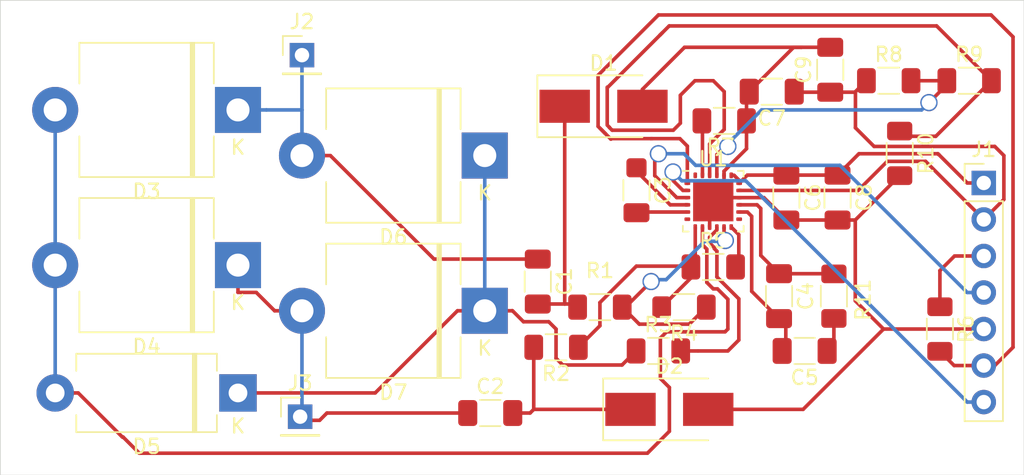
<source format=kicad_pcb>
(kicad_pcb (version 20171130) (host pcbnew "(5.1.10-1-10_14)")

  (general
    (thickness 1.6)
    (drawings 8)
    (tracks 249)
    (zones 0)
    (modules 31)
    (nets 29)
  )

  (page A4)
  (layers
    (0 F.Cu signal)
    (31 B.Cu signal hide)
    (32 B.Adhes user hide)
    (33 F.Adhes user hide)
    (34 B.Paste user hide)
    (35 F.Paste user hide)
    (36 B.SilkS user hide)
    (37 F.SilkS user)
    (38 B.Mask user hide)
    (39 F.Mask user hide)
    (40 Dwgs.User user hide)
    (41 Cmts.User user hide)
    (42 Eco1.User user hide)
    (43 Eco2.User user hide)
    (44 Edge.Cuts user)
    (45 Margin user hide)
    (46 B.CrtYd user hide)
    (47 F.CrtYd user hide)
    (48 B.Fab user hide)
    (49 F.Fab user hide)
  )

  (setup
    (last_trace_width 0.25)
    (trace_clearance 0.16)
    (zone_clearance 0.508)
    (zone_45_only no)
    (trace_min 0.25)
    (via_size 1.2)
    (via_drill 1)
    (via_min_size 0.4)
    (via_min_drill 0.3)
    (uvia_size 0.3)
    (uvia_drill 0.1)
    (uvias_allowed no)
    (uvia_min_size 0.2)
    (uvia_min_drill 0.1)
    (edge_width 0.05)
    (segment_width 0.2)
    (pcb_text_width 0.3)
    (pcb_text_size 1.5 1.5)
    (mod_edge_width 0.12)
    (mod_text_size 1 1)
    (mod_text_width 0.15)
    (pad_size 0.25 0.4)
    (pad_drill 0)
    (pad_to_mask_clearance 0)
    (aux_axis_origin 0 0)
    (visible_elements FFFFFF7F)
    (pcbplotparams
      (layerselection 0x010fc_ffffffff)
      (usegerberextensions true)
      (usegerberattributes false)
      (usegerberadvancedattributes false)
      (creategerberjobfile false)
      (excludeedgelayer true)
      (linewidth 0.100000)
      (plotframeref false)
      (viasonmask false)
      (mode 1)
      (useauxorigin false)
      (hpglpennumber 1)
      (hpglpenspeed 20)
      (hpglpendiameter 15.000000)
      (psnegative false)
      (psa4output false)
      (plotreference true)
      (plotvalue true)
      (plotinvisibletext false)
      (padsonsilk true)
      (subtractmaskfromsilk false)
      (outputformat 1)
      (mirror false)
      (drillshape 0)
      (scaleselection 1)
      (outputdirectory "gerber/"))
  )

  (net 0 "")
  (net 1 "Net-(C1-Pad2)")
  (net 2 P1)
  (net 3 "Net-(C2-Pad2)")
  (net 4 P2)
  (net 5 "Net-(C3-Pad2)")
  (net 6 "Net-(C3-Pad1)")
  (net 7 HPA)
  (net 8 CAPP)
  (net 9 "Net-(C5-Pad1)")
  (net 10 GND)
  (net 11 +12V)
  (net 12 +5V)
  (net 13 HN)
  (net 14 "Net-(D5-Pad1)")
  (net 15 DIN)
  (net 16 DOUT)
  (net 17 RST)
  (net 18 VLOGIC)
  (net 19 AIO)
  (net 20 BIO)
  (net 21 HP)
  (net 22 TERM)
  (net 23 "Net-(R7-Pad2)")
  (net 24 TVT)
  (net 25 TVL)
  (net 26 "Net-(U1-Pad24)")
  (net 27 "Net-(U1-Pad13)")
  (net 28 "Net-(U1-Pad6)")

  (net_class Default "This is the default net class."
    (clearance 0.16)
    (trace_width 0.25)
    (via_dia 1.2)
    (via_drill 1)
    (uvia_dia 0.3)
    (uvia_drill 0.1)
    (diff_pair_width 0.25)
    (diff_pair_gap 0.25)
    (add_net +12V)
    (add_net +5V)
    (add_net AIO)
    (add_net BIO)
    (add_net CAPP)
    (add_net DIN)
    (add_net DOUT)
    (add_net GND)
    (add_net HN)
    (add_net HP)
    (add_net HPA)
    (add_net "Net-(C1-Pad2)")
    (add_net "Net-(C2-Pad2)")
    (add_net "Net-(C3-Pad1)")
    (add_net "Net-(C3-Pad2)")
    (add_net "Net-(C5-Pad1)")
    (add_net "Net-(D5-Pad1)")
    (add_net "Net-(R7-Pad2)")
    (add_net "Net-(U1-Pad13)")
    (add_net "Net-(U1-Pad24)")
    (add_net "Net-(U1-Pad6)")
    (add_net P1)
    (add_net P2)
    (add_net RST)
    (add_net TERM)
    (add_net TVL)
    (add_net TVT)
    (add_net VLOGIC)
  )

  (module Package_DFN_QFN:TQFN-24-1EP_4x4mm_P0.5mm_EP2.8x2.8mm_PullBack (layer F.Cu) (tedit 61457161) (tstamp 613557CC)
    (at 125.73 120.65)
    (descr "TQFN, 24 Pin (https://ams.com/documents/20143/36005/AS1115_DS000206_1-00.pdf), generated with kicad-footprint-generator ipc_noLead_generator.py")
    (tags "TQFN NoLead")
    (path /61357A32)
    (attr smd)
    (fp_text reference U1 (at 0 -2.95) (layer F.SilkS)
      (effects (font (size 1 1) (thickness 0.15)))
    )
    (fp_text value MAX22088 (at 0 2.95) (layer F.Fab)
      (effects (font (size 1 1) (thickness 0.15)))
    )
    (fp_line (start 1.71 -2.11) (end 2.11 -2.11) (layer F.SilkS) (width 0.12))
    (fp_line (start 2.11 -2.11) (end 2.11 -1.71) (layer F.SilkS) (width 0.12))
    (fp_line (start -1.71 2.11) (end -2.11 2.11) (layer F.SilkS) (width 0.12))
    (fp_line (start -2.11 2.11) (end -2.11 1.71) (layer F.SilkS) (width 0.12))
    (fp_line (start 1.71 2.11) (end 2.11 2.11) (layer F.SilkS) (width 0.12))
    (fp_line (start 2.11 2.11) (end 2.11 1.71) (layer F.SilkS) (width 0.12))
    (fp_line (start -1.71 -2.11) (end -2.11 -2.11) (layer F.SilkS) (width 0.12))
    (fp_line (start -1 -2) (end 2 -2) (layer F.Fab) (width 0.1))
    (fp_line (start 2 -2) (end 2 2) (layer F.Fab) (width 0.1))
    (fp_line (start 2 2) (end -2 2) (layer F.Fab) (width 0.1))
    (fp_line (start -2 2) (end -2 -1) (layer F.Fab) (width 0.1))
    (fp_line (start -2 -1) (end -1 -2) (layer F.Fab) (width 0.1))
    (fp_line (start -2.25 -2.25) (end -2.25 2.25) (layer F.CrtYd) (width 0.05))
    (fp_line (start -2.25 2.25) (end 2.25 2.25) (layer F.CrtYd) (width 0.05))
    (fp_line (start 2.25 2.25) (end 2.25 -2.25) (layer F.CrtYd) (width 0.05))
    (fp_line (start 2.25 -2.25) (end -2.25 -2.25) (layer F.CrtYd) (width 0.05))
    (fp_text user %R (at 0 0) (layer F.Fab)
      (effects (font (size 1 1) (thickness 0.15)))
    )
    (pad "" smd roundrect (at 0.7 0.7) (size 1.13 1.13) (layers F.Paste) (roundrect_rratio 0.2212389380530974))
    (pad "" smd roundrect (at 0.7 -0.7) (size 1.13 1.13) (layers F.Paste) (roundrect_rratio 0.2212389380530974))
    (pad "" smd roundrect (at -0.7 0.7) (size 1.13 1.13) (layers F.Paste) (roundrect_rratio 0.2212389380530974))
    (pad "" smd roundrect (at -0.7 -0.7) (size 1.13 1.13) (layers F.Paste) (roundrect_rratio 0.2212389380530974))
    (pad 25 smd rect (at 0 0) (size 2.8 2.8) (layers F.Cu F.Mask)
      (net 10 GND))
    (pad 24 smd roundrect (at -1.25 -1.8) (size 0.25 0.4) (layers F.Cu F.Paste F.Mask) (roundrect_rratio 0.25)
      (net 26 "Net-(U1-Pad24)"))
    (pad 23 smd roundrect (at -0.75 -1.8) (size 0.25 0.4) (layers F.Cu F.Paste F.Mask) (roundrect_rratio 0.25)
      (net 23 "Net-(R7-Pad2)"))
    (pad 22 smd roundrect (at -0.25 -1.8) (size 0.25 0.4) (layers F.Cu F.Paste F.Mask) (roundrect_rratio 0.25)
      (net 24 TVT))
    (pad 21 smd roundrect (at 0.25 -1.8) (size 0.25 0.4) (layers F.Cu F.Paste F.Mask) (roundrect_rratio 0.25)
      (net 25 TVL))
    (pad 20 smd roundrect (at 0.75 -1.8) (size 0.25 0.4) (layers F.Cu F.Paste F.Mask) (roundrect_rratio 0.25)
      (net 10 GND))
    (pad 19 smd roundrect (at 1.25 -1.8) (size 0.25 0.4) (layers F.Cu F.Paste F.Mask) (roundrect_rratio 0.25)
      (net 11 +12V))
    (pad 18 smd roundrect (at 1.8 -1.25) (size 0.4 0.25) (layers F.Cu F.Paste F.Mask) (roundrect_rratio 0.25)
      (net 11 +12V))
    (pad 17 smd roundrect (at 1.8 -0.75) (size 0.4 0.25) (layers F.Cu F.Paste F.Mask) (roundrect_rratio 0.25)
      (net 12 +5V))
    (pad 16 smd roundrect (at 1.8 -0.25) (size 0.4 0.25) (layers F.Cu F.Paste F.Mask) (roundrect_rratio 0.25)
      (net 10 GND))
    (pad 15 smd roundrect (at 1.8 0.25) (size 0.4 0.25) (layers F.Cu F.Paste F.Mask) (roundrect_rratio 0.25)
      (net 8 CAPP))
    (pad 14 smd roundrect (at 1.8 0.75) (size 0.4 0.25) (layers F.Cu F.Paste F.Mask) (roundrect_rratio 0.25)
      (net 7 HPA))
    (pad 13 smd roundrect (at 1.8 1.25) (size 0.4 0.25) (layers F.Cu F.Paste F.Mask) (roundrect_rratio 0.25)
      (net 27 "Net-(U1-Pad13)"))
    (pad 12 smd roundrect (at 1.25 1.8) (size 0.25 0.4) (layers F.Cu F.Paste F.Mask) (roundrect_rratio 0.25)
      (net 22 TERM))
    (pad 11 smd roundrect (at 0.75 1.8) (size 0.25 0.4) (layers F.Cu F.Paste F.Mask) (roundrect_rratio 0.25)
      (net 19 AIO))
    (pad 10 smd roundrect (at 0.25 1.8) (size 0.25 0.4) (layers F.Cu F.Paste F.Mask) (roundrect_rratio 0.25)
      (net 21 HP))
    (pad 9 smd roundrect (at -0.25 1.8) (size 0.25 0.4) (layers F.Cu F.Paste F.Mask) (roundrect_rratio 0.25)
      (net 10 GND))
    (pad 8 smd roundrect (at -0.75 1.8) (size 0.25 0.4) (layers F.Cu F.Paste F.Mask) (roundrect_rratio 0.25)
      (net 13 HN))
    (pad 7 smd roundrect (at -1.25 1.8) (size 0.25 0.4) (layers F.Cu F.Paste F.Mask) (roundrect_rratio 0.25)
      (net 20 BIO))
    (pad 6 smd roundrect (at -1.8 1.25) (size 0.4 0.25) (layers F.Cu F.Paste F.Mask) (roundrect_rratio 0.25)
      (net 28 "Net-(U1-Pad6)"))
    (pad 5 smd roundrect (at -1.8 0.75) (size 0.4 0.25) (layers F.Cu F.Paste F.Mask) (roundrect_rratio 0.25)
      (net 5 "Net-(C3-Pad2)"))
    (pad 4 smd roundrect (at -1.8 0.25) (size 0.4 0.25) (layers F.Cu F.Paste F.Mask) (roundrect_rratio 0.25)
      (net 6 "Net-(C3-Pad1)"))
    (pad 3 smd roundrect (at -1.8 -0.25) (size 0.4 0.25) (layers F.Cu F.Paste F.Mask) (roundrect_rratio 0.25)
      (net 17 RST))
    (pad 2 smd roundrect (at -1.8 -0.75) (size 0.4 0.25) (layers F.Cu F.Paste F.Mask) (roundrect_rratio 0.25)
      (net 15 DIN))
    (pad 1 smd roundrect (at -1.8 -1.25) (size 0.4 0.25) (layers F.Cu F.Paste F.Mask) (roundrect_rratio 0.25)
      (net 16 DOUT))
    (model ${KISYS3DMOD}/Package_DFN_QFN.3dshapes/TQFN-24-1EP_4x4mm_P0.5mm_EP2.8x2.8mm_PullBack.wrl
      (at (xyz 0 0 0))
      (scale (xyz 1 1 1))
      (rotate (xyz 0 0 0))
    )
  )

  (module Resistor_SMD:R_1206_3216Metric_Pad1.30x1.75mm_HandSolder (layer F.Cu) (tedit 5F68FEEE) (tstamp 6135579A)
    (at 134.112 127.254 90)
    (descr "Resistor SMD 1206 (3216 Metric), square (rectangular) end terminal, IPC_7351 nominal with elongated pad for handsoldering. (Body size source: IPC-SM-782 page 72, https://www.pcb-3d.com/wordpress/wp-content/uploads/ipc-sm-782a_amendment_1_and_2.pdf), generated with kicad-footprint-generator")
    (tags "resistor handsolder")
    (path /6139F8F9)
    (attr smd)
    (fp_text reference R11 (at -0.254 2.032 90) (layer F.SilkS)
      (effects (font (size 1 1) (thickness 0.15)))
    )
    (fp_text value 180k (at 0 1.82 90) (layer F.Fab)
      (effects (font (size 1 1) (thickness 0.15)))
    )
    (fp_line (start -1.6 0.8) (end -1.6 -0.8) (layer F.Fab) (width 0.1))
    (fp_line (start -1.6 -0.8) (end 1.6 -0.8) (layer F.Fab) (width 0.1))
    (fp_line (start 1.6 -0.8) (end 1.6 0.8) (layer F.Fab) (width 0.1))
    (fp_line (start 1.6 0.8) (end -1.6 0.8) (layer F.Fab) (width 0.1))
    (fp_line (start -0.727064 -0.91) (end 0.727064 -0.91) (layer F.SilkS) (width 0.12))
    (fp_line (start -0.727064 0.91) (end 0.727064 0.91) (layer F.SilkS) (width 0.12))
    (fp_line (start -2.45 1.12) (end -2.45 -1.12) (layer F.CrtYd) (width 0.05))
    (fp_line (start -2.45 -1.12) (end 2.45 -1.12) (layer F.CrtYd) (width 0.05))
    (fp_line (start 2.45 -1.12) (end 2.45 1.12) (layer F.CrtYd) (width 0.05))
    (fp_line (start 2.45 1.12) (end -2.45 1.12) (layer F.CrtYd) (width 0.05))
    (fp_text user %R (at 0 0 90) (layer F.Fab)
      (effects (font (size 0.8 0.8) (thickness 0.12)))
    )
    (pad 2 smd roundrect (at 1.55 0 90) (size 1.3 1.75) (layers F.Cu F.Paste F.Mask) (roundrect_rratio 0.1923069230769231)
      (net 8 CAPP))
    (pad 1 smd roundrect (at -1.55 0 90) (size 1.3 1.75) (layers F.Cu F.Paste F.Mask) (roundrect_rratio 0.1923069230769231)
      (net 9 "Net-(C5-Pad1)"))
    (model ${KISYS3DMOD}/Resistor_SMD.3dshapes/R_1206_3216Metric.wrl
      (at (xyz 0 0 0))
      (scale (xyz 1 1 1))
      (rotate (xyz 0 0 0))
    )
  )

  (module Resistor_SMD:R_1206_3216Metric_Pad1.30x1.75mm_HandSolder (layer F.Cu) (tedit 5F68FEEE) (tstamp 61355789)
    (at 138.684 117.322 270)
    (descr "Resistor SMD 1206 (3216 Metric), square (rectangular) end terminal, IPC_7351 nominal with elongated pad for handsoldering. (Body size source: IPC-SM-782 page 72, https://www.pcb-3d.com/wordpress/wp-content/uploads/ipc-sm-782a_amendment_1_and_2.pdf), generated with kicad-footprint-generator")
    (tags "resistor handsolder")
    (path /613A9AD4)
    (attr smd)
    (fp_text reference R10 (at 0 -1.82 90) (layer F.SilkS)
      (effects (font (size 1 1) (thickness 0.15)))
    )
    (fp_text value 20k (at 0 1.82 90) (layer F.Fab)
      (effects (font (size 1 1) (thickness 0.15)))
    )
    (fp_line (start -1.6 0.8) (end -1.6 -0.8) (layer F.Fab) (width 0.1))
    (fp_line (start -1.6 -0.8) (end 1.6 -0.8) (layer F.Fab) (width 0.1))
    (fp_line (start 1.6 -0.8) (end 1.6 0.8) (layer F.Fab) (width 0.1))
    (fp_line (start 1.6 0.8) (end -1.6 0.8) (layer F.Fab) (width 0.1))
    (fp_line (start -0.727064 -0.91) (end 0.727064 -0.91) (layer F.SilkS) (width 0.12))
    (fp_line (start -0.727064 0.91) (end 0.727064 0.91) (layer F.SilkS) (width 0.12))
    (fp_line (start -2.45 1.12) (end -2.45 -1.12) (layer F.CrtYd) (width 0.05))
    (fp_line (start -2.45 -1.12) (end 2.45 -1.12) (layer F.CrtYd) (width 0.05))
    (fp_line (start 2.45 -1.12) (end 2.45 1.12) (layer F.CrtYd) (width 0.05))
    (fp_line (start 2.45 1.12) (end -2.45 1.12) (layer F.CrtYd) (width 0.05))
    (fp_text user %R (at 0 0 90) (layer F.Fab)
      (effects (font (size 0.8 0.8) (thickness 0.12)))
    )
    (pad 2 smd roundrect (at 1.55 0 270) (size 1.3 1.75) (layers F.Cu F.Paste F.Mask) (roundrect_rratio 0.1923069230769231)
      (net 10 GND))
    (pad 1 smd roundrect (at -1.55 0 270) (size 1.3 1.75) (layers F.Cu F.Paste F.Mask) (roundrect_rratio 0.1923069230769231)
      (net 24 TVT))
    (model ${KISYS3DMOD}/Resistor_SMD.3dshapes/R_1206_3216Metric.wrl
      (at (xyz 0 0 0))
      (scale (xyz 1 1 1))
      (rotate (xyz 0 0 0))
    )
  )

  (module Resistor_SMD:R_1206_3216Metric_Pad1.30x1.75mm_HandSolder (layer F.Cu) (tedit 5F68FEEE) (tstamp 61355778)
    (at 143.51 112.268)
    (descr "Resistor SMD 1206 (3216 Metric), square (rectangular) end terminal, IPC_7351 nominal with elongated pad for handsoldering. (Body size source: IPC-SM-782 page 72, https://www.pcb-3d.com/wordpress/wp-content/uploads/ipc-sm-782a_amendment_1_and_2.pdf), generated with kicad-footprint-generator")
    (tags "resistor handsolder")
    (path /613A88EA)
    (attr smd)
    (fp_text reference R9 (at 0 -1.82) (layer F.SilkS)
      (effects (font (size 1 1) (thickness 0.15)))
    )
    (fp_text value 4.3k (at 0 1.82) (layer F.Fab)
      (effects (font (size 1 1) (thickness 0.15)))
    )
    (fp_line (start -1.6 0.8) (end -1.6 -0.8) (layer F.Fab) (width 0.1))
    (fp_line (start -1.6 -0.8) (end 1.6 -0.8) (layer F.Fab) (width 0.1))
    (fp_line (start 1.6 -0.8) (end 1.6 0.8) (layer F.Fab) (width 0.1))
    (fp_line (start 1.6 0.8) (end -1.6 0.8) (layer F.Fab) (width 0.1))
    (fp_line (start -0.727064 -0.91) (end 0.727064 -0.91) (layer F.SilkS) (width 0.12))
    (fp_line (start -0.727064 0.91) (end 0.727064 0.91) (layer F.SilkS) (width 0.12))
    (fp_line (start -2.45 1.12) (end -2.45 -1.12) (layer F.CrtYd) (width 0.05))
    (fp_line (start -2.45 -1.12) (end 2.45 -1.12) (layer F.CrtYd) (width 0.05))
    (fp_line (start 2.45 -1.12) (end 2.45 1.12) (layer F.CrtYd) (width 0.05))
    (fp_line (start 2.45 1.12) (end -2.45 1.12) (layer F.CrtYd) (width 0.05))
    (fp_text user %R (at 0 0) (layer F.Fab)
      (effects (font (size 0.8 0.8) (thickness 0.12)))
    )
    (pad 2 smd roundrect (at 1.55 0) (size 1.3 1.75) (layers F.Cu F.Paste F.Mask) (roundrect_rratio 0.1923069230769231)
      (net 24 TVT))
    (pad 1 smd roundrect (at -1.55 0) (size 1.3 1.75) (layers F.Cu F.Paste F.Mask) (roundrect_rratio 0.1923069230769231)
      (net 25 TVL))
    (model ${KISYS3DMOD}/Resistor_SMD.3dshapes/R_1206_3216Metric.wrl
      (at (xyz 0 0 0))
      (scale (xyz 1 1 1))
      (rotate (xyz 0 0 0))
    )
  )

  (module Resistor_SMD:R_1206_3216Metric_Pad1.30x1.75mm_HandSolder (layer F.Cu) (tedit 5F68FEEE) (tstamp 61355767)
    (at 137.922 112.268)
    (descr "Resistor SMD 1206 (3216 Metric), square (rectangular) end terminal, IPC_7351 nominal with elongated pad for handsoldering. (Body size source: IPC-SM-782 page 72, https://www.pcb-3d.com/wordpress/wp-content/uploads/ipc-sm-782a_amendment_1_and_2.pdf), generated with kicad-footprint-generator")
    (tags "resistor handsolder")
    (path /613A74D0)
    (attr smd)
    (fp_text reference R8 (at 0 -1.82) (layer F.SilkS)
      (effects (font (size 1 1) (thickness 0.15)))
    )
    (fp_text value 27k (at 0 1.82) (layer F.Fab)
      (effects (font (size 1 1) (thickness 0.15)))
    )
    (fp_line (start -1.6 0.8) (end -1.6 -0.8) (layer F.Fab) (width 0.1))
    (fp_line (start -1.6 -0.8) (end 1.6 -0.8) (layer F.Fab) (width 0.1))
    (fp_line (start 1.6 -0.8) (end 1.6 0.8) (layer F.Fab) (width 0.1))
    (fp_line (start 1.6 0.8) (end -1.6 0.8) (layer F.Fab) (width 0.1))
    (fp_line (start -0.727064 -0.91) (end 0.727064 -0.91) (layer F.SilkS) (width 0.12))
    (fp_line (start -0.727064 0.91) (end 0.727064 0.91) (layer F.SilkS) (width 0.12))
    (fp_line (start -2.45 1.12) (end -2.45 -1.12) (layer F.CrtYd) (width 0.05))
    (fp_line (start -2.45 -1.12) (end 2.45 -1.12) (layer F.CrtYd) (width 0.05))
    (fp_line (start 2.45 -1.12) (end 2.45 1.12) (layer F.CrtYd) (width 0.05))
    (fp_line (start 2.45 1.12) (end -2.45 1.12) (layer F.CrtYd) (width 0.05))
    (fp_text user %R (at 0 0) (layer F.Fab)
      (effects (font (size 0.8 0.8) (thickness 0.12)))
    )
    (pad 2 smd roundrect (at 1.55 0) (size 1.3 1.75) (layers F.Cu F.Paste F.Mask) (roundrect_rratio 0.1923069230769231)
      (net 25 TVL))
    (pad 1 smd roundrect (at -1.55 0) (size 1.3 1.75) (layers F.Cu F.Paste F.Mask) (roundrect_rratio 0.1923069230769231)
      (net 12 +5V))
    (model ${KISYS3DMOD}/Resistor_SMD.3dshapes/R_1206_3216Metric.wrl
      (at (xyz 0 0 0))
      (scale (xyz 1 1 1))
      (rotate (xyz 0 0 0))
    )
  )

  (module Resistor_SMD:R_1206_3216Metric_Pad1.30x1.75mm_HandSolder (layer F.Cu) (tedit 5F68FEEE) (tstamp 61355756)
    (at 126.492 115.062 180)
    (descr "Resistor SMD 1206 (3216 Metric), square (rectangular) end terminal, IPC_7351 nominal with elongated pad for handsoldering. (Body size source: IPC-SM-782 page 72, https://www.pcb-3d.com/wordpress/wp-content/uploads/ipc-sm-782a_amendment_1_and_2.pdf), generated with kicad-footprint-generator")
    (tags "resistor handsolder")
    (path /613A3B09)
    (attr smd)
    (fp_text reference R7 (at 0.254 -1.778) (layer F.SilkS)
      (effects (font (size 1 1) (thickness 0.15)))
    )
    (fp_text value 62k (at 0 1.82) (layer F.Fab)
      (effects (font (size 1 1) (thickness 0.15)))
    )
    (fp_line (start -1.6 0.8) (end -1.6 -0.8) (layer F.Fab) (width 0.1))
    (fp_line (start -1.6 -0.8) (end 1.6 -0.8) (layer F.Fab) (width 0.1))
    (fp_line (start 1.6 -0.8) (end 1.6 0.8) (layer F.Fab) (width 0.1))
    (fp_line (start 1.6 0.8) (end -1.6 0.8) (layer F.Fab) (width 0.1))
    (fp_line (start -0.727064 -0.91) (end 0.727064 -0.91) (layer F.SilkS) (width 0.12))
    (fp_line (start -0.727064 0.91) (end 0.727064 0.91) (layer F.SilkS) (width 0.12))
    (fp_line (start -2.45 1.12) (end -2.45 -1.12) (layer F.CrtYd) (width 0.05))
    (fp_line (start -2.45 -1.12) (end 2.45 -1.12) (layer F.CrtYd) (width 0.05))
    (fp_line (start 2.45 -1.12) (end 2.45 1.12) (layer F.CrtYd) (width 0.05))
    (fp_line (start 2.45 1.12) (end -2.45 1.12) (layer F.CrtYd) (width 0.05))
    (fp_text user %R (at 0 0) (layer F.Fab)
      (effects (font (size 0.8 0.8) (thickness 0.12)))
    )
    (pad 2 smd roundrect (at 1.55 0 180) (size 1.3 1.75) (layers F.Cu F.Paste F.Mask) (roundrect_rratio 0.1923069230769231)
      (net 23 "Net-(R7-Pad2)"))
    (pad 1 smd roundrect (at -1.55 0 180) (size 1.3 1.75) (layers F.Cu F.Paste F.Mask) (roundrect_rratio 0.1923069230769231)
      (net 10 GND))
    (model ${KISYS3DMOD}/Resistor_SMD.3dshapes/R_1206_3216Metric.wrl
      (at (xyz 0 0 0))
      (scale (xyz 1 1 1))
      (rotate (xyz 0 0 0))
    )
  )

  (module Resistor_SMD:R_1206_3216Metric_Pad1.30x1.75mm_HandSolder (layer F.Cu) (tedit 5F68FEEE) (tstamp 61355745)
    (at 141.478 129.54 270)
    (descr "Resistor SMD 1206 (3216 Metric), square (rectangular) end terminal, IPC_7351 nominal with elongated pad for handsoldering. (Body size source: IPC-SM-782 page 72, https://www.pcb-3d.com/wordpress/wp-content/uploads/ipc-sm-782a_amendment_1_and_2.pdf), generated with kicad-footprint-generator")
    (tags "resistor handsolder")
    (path /613AF9E9)
    (attr smd)
    (fp_text reference R6 (at 0 -1.82 90) (layer F.SilkS)
      (effects (font (size 1 1) (thickness 0.15)))
    )
    (fp_text value 4.7k (at 0 1.82 90) (layer F.Fab)
      (effects (font (size 1 1) (thickness 0.15)))
    )
    (fp_line (start -1.6 0.8) (end -1.6 -0.8) (layer F.Fab) (width 0.1))
    (fp_line (start -1.6 -0.8) (end 1.6 -0.8) (layer F.Fab) (width 0.1))
    (fp_line (start 1.6 -0.8) (end 1.6 0.8) (layer F.Fab) (width 0.1))
    (fp_line (start 1.6 0.8) (end -1.6 0.8) (layer F.Fab) (width 0.1))
    (fp_line (start -0.727064 -0.91) (end 0.727064 -0.91) (layer F.SilkS) (width 0.12))
    (fp_line (start -0.727064 0.91) (end 0.727064 0.91) (layer F.SilkS) (width 0.12))
    (fp_line (start -2.45 1.12) (end -2.45 -1.12) (layer F.CrtYd) (width 0.05))
    (fp_line (start -2.45 -1.12) (end 2.45 -1.12) (layer F.CrtYd) (width 0.05))
    (fp_line (start 2.45 -1.12) (end 2.45 1.12) (layer F.CrtYd) (width 0.05))
    (fp_line (start 2.45 1.12) (end -2.45 1.12) (layer F.CrtYd) (width 0.05))
    (fp_text user %R (at 0 0 90) (layer F.Fab)
      (effects (font (size 0.8 0.8) (thickness 0.12)))
    )
    (pad 2 smd roundrect (at 1.55 0 270) (size 1.3 1.75) (layers F.Cu F.Paste F.Mask) (roundrect_rratio 0.1923069230769231)
      (net 16 DOUT))
    (pad 1 smd roundrect (at -1.55 0 270) (size 1.3 1.75) (layers F.Cu F.Paste F.Mask) (roundrect_rratio 0.1923069230769231)
      (net 18 VLOGIC))
    (model ${KISYS3DMOD}/Resistor_SMD.3dshapes/R_1206_3216Metric.wrl
      (at (xyz 0 0 0))
      (scale (xyz 1 1 1))
      (rotate (xyz 0 0 0))
    )
  )

  (module Resistor_SMD:R_1206_3216Metric_Pad1.30x1.75mm_HandSolder (layer F.Cu) (tedit 5F68FEEE) (tstamp 61355734)
    (at 125.73 125.222)
    (descr "Resistor SMD 1206 (3216 Metric), square (rectangular) end terminal, IPC_7351 nominal with elongated pad for handsoldering. (Body size source: IPC-SM-782 page 72, https://www.pcb-3d.com/wordpress/wp-content/uploads/ipc-sm-782a_amendment_1_and_2.pdf), generated with kicad-footprint-generator")
    (tags "resistor handsolder")
    (path /61378560)
    (attr smd)
    (fp_text reference R5 (at 0 -1.82) (layer F.SilkS)
      (effects (font (size 1 1) (thickness 0.15)))
    )
    (fp_text value 82 (at 0 1.82) (layer F.Fab)
      (effects (font (size 1 1) (thickness 0.15)))
    )
    (fp_line (start -1.6 0.8) (end -1.6 -0.8) (layer F.Fab) (width 0.1))
    (fp_line (start -1.6 -0.8) (end 1.6 -0.8) (layer F.Fab) (width 0.1))
    (fp_line (start 1.6 -0.8) (end 1.6 0.8) (layer F.Fab) (width 0.1))
    (fp_line (start 1.6 0.8) (end -1.6 0.8) (layer F.Fab) (width 0.1))
    (fp_line (start -0.727064 -0.91) (end 0.727064 -0.91) (layer F.SilkS) (width 0.12))
    (fp_line (start -0.727064 0.91) (end 0.727064 0.91) (layer F.SilkS) (width 0.12))
    (fp_line (start -2.45 1.12) (end -2.45 -1.12) (layer F.CrtYd) (width 0.05))
    (fp_line (start -2.45 -1.12) (end 2.45 -1.12) (layer F.CrtYd) (width 0.05))
    (fp_line (start 2.45 -1.12) (end 2.45 1.12) (layer F.CrtYd) (width 0.05))
    (fp_line (start 2.45 1.12) (end -2.45 1.12) (layer F.CrtYd) (width 0.05))
    (fp_text user er (at 0 0 90) (layer B.Fab)
      (effects (font (size 0.8 0.8) (thickness 0.12)) (justify mirror))
    )
    (pad 2 smd roundrect (at 1.55 0) (size 1.3 1.75) (layers F.Cu F.Paste F.Mask) (roundrect_rratio 0.1923069230769231)
      (net 22 TERM))
    (pad 1 smd roundrect (at -1.55 0) (size 1.3 1.75) (layers F.Cu F.Paste F.Mask) (roundrect_rratio 0.1923069230769231)
      (net 20 BIO))
    (model ${KISYS3DMOD}/Resistor_SMD.3dshapes/R_1206_3216Metric.wrl
      (at (xyz 0 0 0))
      (scale (xyz 1 1 1))
      (rotate (xyz 0 0 0))
    )
  )

  (module Resistor_SMD:R_1206_3216Metric_Pad1.30x1.75mm_HandSolder (layer F.Cu) (tedit 614566BF) (tstamp 61355723)
    (at 123.698 128.016 180)
    (descr "Resistor SMD 1206 (3216 Metric), square (rectangular) end terminal, IPC_7351 nominal with elongated pad for handsoldering. (Body size source: IPC-SM-782 page 72, https://www.pcb-3d.com/wordpress/wp-content/uploads/ipc-sm-782a_amendment_1_and_2.pdf), generated with kicad-footprint-generator")
    (tags "resistor handsolder")
    (path /6137A03B)
    (attr smd)
    (fp_text reference R4 (at 0 -1.82) (layer F.SilkS)
      (effects (font (size 1 1) (thickness 0.15)))
    )
    (fp_text value 1k (at 0 1.82) (layer F.Fab)
      (effects (font (size 1 1) (thickness 0.15)))
    )
    (fp_line (start -1.6 0.8) (end -1.6 -0.8) (layer F.Fab) (width 0.1))
    (fp_line (start -1.6 -0.8) (end 1.6 -0.8) (layer F.Fab) (width 0.1))
    (fp_line (start 1.6 -0.8) (end 1.6 0.8) (layer F.Fab) (width 0.1))
    (fp_line (start 1.6 0.8) (end -1.6 0.8) (layer F.Fab) (width 0.1))
    (fp_line (start -0.727064 -0.91) (end 0.727064 -0.91) (layer F.SilkS) (width 0.12))
    (fp_line (start -0.727064 0.91) (end 0.727064 0.91) (layer F.SilkS) (width 0.12))
    (fp_line (start -2.45 1.12) (end -2.45 -1.12) (layer F.CrtYd) (width 0.05))
    (fp_line (start -2.45 -1.12) (end 2.45 -1.12) (layer F.CrtYd) (width 0.05))
    (fp_line (start 2.45 -1.12) (end 2.45 1.12) (layer F.CrtYd) (width 0.05))
    (fp_line (start 2.45 1.12) (end -2.45 1.12) (layer F.CrtYd) (width 0.05))
    (fp_text user %R (at 0 0) (layer F.Fab)
      (effects (font (size 0.8 0.8) (thickness 0.12)))
    )
    (pad 2 smd roundrect (at 1.55 0 180) (size 1.3 1.5) (layers F.Cu F.Paste F.Mask) (roundrect_rratio 0.192)
      (net 20 BIO))
    (pad 1 smd roundrect (at -1.55 0 180) (size 1.3 1.75) (layers F.Cu F.Paste F.Mask) (roundrect_rratio 0.1923069230769231)
      (net 19 AIO))
    (model ${KISYS3DMOD}/Resistor_SMD.3dshapes/R_1206_3216Metric.wrl
      (at (xyz 0 0 0))
      (scale (xyz 1 1 1))
      (rotate (xyz 0 0 0))
    )
  )

  (module Resistor_SMD:R_1206_3216Metric_Pad1.30x1.75mm_HandSolder (layer F.Cu) (tedit 5F68FEEE) (tstamp 61355712)
    (at 121.92 131.064)
    (descr "Resistor SMD 1206 (3216 Metric), square (rectangular) end terminal, IPC_7351 nominal with elongated pad for handsoldering. (Body size source: IPC-SM-782 page 72, https://www.pcb-3d.com/wordpress/wp-content/uploads/ipc-sm-782a_amendment_1_and_2.pdf), generated with kicad-footprint-generator")
    (tags "resistor handsolder")
    (path /613771DC)
    (attr smd)
    (fp_text reference R3 (at 0 -1.82) (layer F.SilkS)
      (effects (font (size 1 1) (thickness 0.15)))
    )
    (fp_text value 1 (at 0 1.82) (layer F.Fab)
      (effects (font (size 1 1) (thickness 0.15)))
    )
    (fp_line (start -1.6 0.8) (end -1.6 -0.8) (layer F.Fab) (width 0.1))
    (fp_line (start -1.6 -0.8) (end 1.6 -0.8) (layer F.Fab) (width 0.1))
    (fp_line (start 1.6 -0.8) (end 1.6 0.8) (layer F.Fab) (width 0.1))
    (fp_line (start 1.6 0.8) (end -1.6 0.8) (layer F.Fab) (width 0.1))
    (fp_line (start -0.727064 -0.91) (end 0.727064 -0.91) (layer F.SilkS) (width 0.12))
    (fp_line (start -0.727064 0.91) (end 0.727064 0.91) (layer F.SilkS) (width 0.12))
    (fp_line (start -2.45 1.12) (end -2.45 -1.12) (layer F.CrtYd) (width 0.05))
    (fp_line (start -2.45 -1.12) (end 2.45 -1.12) (layer F.CrtYd) (width 0.05))
    (fp_line (start 2.45 -1.12) (end 2.45 1.12) (layer F.CrtYd) (width 0.05))
    (fp_line (start 2.45 1.12) (end -2.45 1.12) (layer F.CrtYd) (width 0.05))
    (fp_text user %R (at 0 0) (layer F.Fab)
      (effects (font (size 0.8 0.8) (thickness 0.12)))
    )
    (pad 2 smd roundrect (at 1.55 0) (size 1.3 1.75) (layers F.Cu F.Paste F.Mask) (roundrect_rratio 0.1923069230769231)
      (net 21 HP))
    (pad 1 smd roundrect (at -1.55 0) (size 1.3 1.75) (layers F.Cu F.Paste F.Mask) (roundrect_rratio 0.1923069230769231)
      (net 14 "Net-(D5-Pad1)"))
    (model ${KISYS3DMOD}/Resistor_SMD.3dshapes/R_1206_3216Metric.wrl
      (at (xyz 0 0 0))
      (scale (xyz 1 1 1))
      (rotate (xyz 0 0 0))
    )
  )

  (module Resistor_SMD:R_1206_3216Metric_Pad1.30x1.75mm_HandSolder (layer F.Cu) (tedit 5F68FEEE) (tstamp 61355701)
    (at 114.808 130.81 180)
    (descr "Resistor SMD 1206 (3216 Metric), square (rectangular) end terminal, IPC_7351 nominal with elongated pad for handsoldering. (Body size source: IPC-SM-782 page 72, https://www.pcb-3d.com/wordpress/wp-content/uploads/ipc-sm-782a_amendment_1_and_2.pdf), generated with kicad-footprint-generator")
    (tags "resistor handsolder")
    (path /61383475)
    (attr smd)
    (fp_text reference R2 (at 0 -1.82) (layer F.SilkS)
      (effects (font (size 1 1) (thickness 0.15)))
    )
    (fp_text value 4.7 (at 0 1.82) (layer F.Fab)
      (effects (font (size 1 1) (thickness 0.15)))
    )
    (fp_line (start -1.6 0.8) (end -1.6 -0.8) (layer F.Fab) (width 0.1))
    (fp_line (start -1.6 -0.8) (end 1.6 -0.8) (layer F.Fab) (width 0.1))
    (fp_line (start 1.6 -0.8) (end 1.6 0.8) (layer F.Fab) (width 0.1))
    (fp_line (start 1.6 0.8) (end -1.6 0.8) (layer F.Fab) (width 0.1))
    (fp_line (start -0.727064 -0.91) (end 0.727064 -0.91) (layer F.SilkS) (width 0.12))
    (fp_line (start -0.727064 0.91) (end 0.727064 0.91) (layer F.SilkS) (width 0.12))
    (fp_line (start -2.45 1.12) (end -2.45 -1.12) (layer F.CrtYd) (width 0.05))
    (fp_line (start -2.45 -1.12) (end 2.45 -1.12) (layer F.CrtYd) (width 0.05))
    (fp_line (start 2.45 -1.12) (end 2.45 1.12) (layer F.CrtYd) (width 0.05))
    (fp_line (start 2.45 1.12) (end -2.45 1.12) (layer F.CrtYd) (width 0.05))
    (fp_text user %R (at 0 0) (layer F.Fab)
      (effects (font (size 0.8 0.8) (thickness 0.12)))
    )
    (pad 2 smd roundrect (at 1.55 0 180) (size 1.3 1.75) (layers F.Cu F.Paste F.Mask) (roundrect_rratio 0.1923069230769231)
      (net 3 "Net-(C2-Pad2)"))
    (pad 1 smd roundrect (at -1.55 0 180) (size 1.3 1.75) (layers F.Cu F.Paste F.Mask) (roundrect_rratio 0.1923069230769231)
      (net 20 BIO))
    (model ${KISYS3DMOD}/Resistor_SMD.3dshapes/R_1206_3216Metric.wrl
      (at (xyz 0 0 0))
      (scale (xyz 1 1 1))
      (rotate (xyz 0 0 0))
    )
  )

  (module Resistor_SMD:R_1206_3216Metric_Pad1.30x1.75mm_HandSolder (layer F.Cu) (tedit 5F68FEEE) (tstamp 613556F0)
    (at 117.856 128.016 180)
    (descr "Resistor SMD 1206 (3216 Metric), square (rectangular) end terminal, IPC_7351 nominal with elongated pad for handsoldering. (Body size source: IPC-SM-782 page 72, https://www.pcb-3d.com/wordpress/wp-content/uploads/ipc-sm-782a_amendment_1_and_2.pdf), generated with kicad-footprint-generator")
    (tags "resistor handsolder")
    (path /61381E7D)
    (attr smd)
    (fp_text reference R1 (at 0 2.54) (layer F.SilkS)
      (effects (font (size 1 1) (thickness 0.15)))
    )
    (fp_text value 4.7 (at 0 1.82) (layer F.Fab)
      (effects (font (size 1 1) (thickness 0.15)))
    )
    (fp_line (start -1.6 0.8) (end -1.6 -0.8) (layer F.Fab) (width 0.1))
    (fp_line (start -1.6 -0.8) (end 1.6 -0.8) (layer F.Fab) (width 0.1))
    (fp_line (start 1.6 -0.8) (end 1.6 0.8) (layer F.Fab) (width 0.1))
    (fp_line (start 1.6 0.8) (end -1.6 0.8) (layer F.Fab) (width 0.1))
    (fp_line (start -0.727064 -0.91) (end 0.727064 -0.91) (layer F.SilkS) (width 0.12))
    (fp_line (start -0.727064 0.91) (end 0.727064 0.91) (layer F.SilkS) (width 0.12))
    (fp_line (start -2.45 1.12) (end -2.45 -1.12) (layer F.CrtYd) (width 0.05))
    (fp_line (start -2.45 -1.12) (end 2.45 -1.12) (layer F.CrtYd) (width 0.05))
    (fp_line (start 2.45 -1.12) (end 2.45 1.12) (layer F.CrtYd) (width 0.05))
    (fp_line (start 2.45 1.12) (end -2.45 1.12) (layer F.CrtYd) (width 0.05))
    (fp_text user %R (at 0 0) (layer F.Fab)
      (effects (font (size 0.8 0.8) (thickness 0.12)))
    )
    (pad 2 smd roundrect (at 1.55 0 180) (size 1.3 1.75) (layers F.Cu F.Paste F.Mask) (roundrect_rratio 0.1923069230769231)
      (net 1 "Net-(C1-Pad2)"))
    (pad 1 smd roundrect (at -1.55 0 180) (size 1.3 1.75) (layers F.Cu F.Paste F.Mask) (roundrect_rratio 0.1923069230769231)
      (net 19 AIO))
    (model ${KISYS3DMOD}/Resistor_SMD.3dshapes/R_1206_3216Metric.wrl
      (at (xyz 0 0 0))
      (scale (xyz 1 1 1))
      (rotate (xyz 0 0 0))
    )
  )

  (module Connector_PinHeader_2.54mm:PinHeader_1x01_P2.54mm_Vertical (layer F.Cu) (tedit 59FED5CC) (tstamp 613556DF)
    (at 97.028 135.636)
    (descr "Through hole straight pin header, 1x01, 2.54mm pitch, single row")
    (tags "Through hole pin header THT 1x01 2.54mm single row")
    (path /61366F66)
    (fp_text reference J3 (at 0 -2.33) (layer F.SilkS)
      (effects (font (size 1 1) (thickness 0.15)))
    )
    (fp_text value Conn_01x01_Male (at 0 2.33) (layer F.Fab)
      (effects (font (size 1 1) (thickness 0.15)))
    )
    (fp_line (start -0.635 -1.27) (end 1.27 -1.27) (layer F.Fab) (width 0.1))
    (fp_line (start 1.27 -1.27) (end 1.27 1.27) (layer F.Fab) (width 0.1))
    (fp_line (start 1.27 1.27) (end -1.27 1.27) (layer F.Fab) (width 0.1))
    (fp_line (start -1.27 1.27) (end -1.27 -0.635) (layer F.Fab) (width 0.1))
    (fp_line (start -1.27 -0.635) (end -0.635 -1.27) (layer F.Fab) (width 0.1))
    (fp_line (start -1.33 1.33) (end 1.33 1.33) (layer F.SilkS) (width 0.12))
    (fp_line (start -1.33 1.27) (end -1.33 1.33) (layer F.SilkS) (width 0.12))
    (fp_line (start 1.33 1.27) (end 1.33 1.33) (layer F.SilkS) (width 0.12))
    (fp_line (start -1.33 1.27) (end 1.33 1.27) (layer F.SilkS) (width 0.12))
    (fp_line (start -1.33 0) (end -1.33 -1.33) (layer F.SilkS) (width 0.12))
    (fp_line (start -1.33 -1.33) (end 0 -1.33) (layer F.SilkS) (width 0.12))
    (fp_line (start -1.8 -1.8) (end -1.8 1.8) (layer F.CrtYd) (width 0.05))
    (fp_line (start -1.8 1.8) (end 1.8 1.8) (layer F.CrtYd) (width 0.05))
    (fp_line (start 1.8 1.8) (end 1.8 -1.8) (layer F.CrtYd) (width 0.05))
    (fp_line (start 1.8 -1.8) (end -1.8 -1.8) (layer F.CrtYd) (width 0.05))
    (fp_text user %R (at -1.905 -0.508 90) (layer F.Fab)
      (effects (font (size 1 1) (thickness 0.15)))
    )
    (pad 1 thru_hole rect (at 0 0) (size 1.7 1.7) (drill 1) (layers *.Cu *.Mask)
      (net 4 P2))
    (model ${KISYS3DMOD}/Connector_PinHeader_2.54mm.3dshapes/PinHeader_1x01_P2.54mm_Vertical.wrl
      (at (xyz 0 0 0))
      (scale (xyz 1 1 1))
      (rotate (xyz 0 0 0))
    )
  )

  (module Connector_PinHeader_2.54mm:PinHeader_1x01_P2.54mm_Vertical (layer F.Cu) (tedit 59FED5CC) (tstamp 613556CA)
    (at 97.155 110.49)
    (descr "Through hole straight pin header, 1x01, 2.54mm pitch, single row")
    (tags "Through hole pin header THT 1x01 2.54mm single row")
    (path /61364FB1)
    (fp_text reference J2 (at 0 -2.33) (layer F.SilkS)
      (effects (font (size 1 1) (thickness 0.15)))
    )
    (fp_text value Conn_01x01_Male (at 0 2.33) (layer F.Fab)
      (effects (font (size 1 1) (thickness 0.15)))
    )
    (fp_line (start -0.635 -1.27) (end 1.27 -1.27) (layer F.Fab) (width 0.1))
    (fp_line (start 1.27 -1.27) (end 1.27 1.27) (layer F.Fab) (width 0.1))
    (fp_line (start 1.27 1.27) (end -1.27 1.27) (layer F.Fab) (width 0.1))
    (fp_line (start -1.27 1.27) (end -1.27 -0.635) (layer F.Fab) (width 0.1))
    (fp_line (start -1.27 -0.635) (end -0.635 -1.27) (layer F.Fab) (width 0.1))
    (fp_line (start -1.33 1.33) (end 1.33 1.33) (layer F.SilkS) (width 0.12))
    (fp_line (start -1.33 1.27) (end -1.33 1.33) (layer F.SilkS) (width 0.12))
    (fp_line (start 1.33 1.27) (end 1.33 1.33) (layer F.SilkS) (width 0.12))
    (fp_line (start -1.33 1.27) (end 1.33 1.27) (layer F.SilkS) (width 0.12))
    (fp_line (start -1.33 0) (end -1.33 -1.33) (layer F.SilkS) (width 0.12))
    (fp_line (start -1.33 -1.33) (end 0 -1.33) (layer F.SilkS) (width 0.12))
    (fp_line (start -1.8 -1.8) (end -1.8 1.8) (layer F.CrtYd) (width 0.05))
    (fp_line (start -1.8 1.8) (end 1.8 1.8) (layer F.CrtYd) (width 0.05))
    (fp_line (start 1.8 1.8) (end 1.8 -1.8) (layer F.CrtYd) (width 0.05))
    (fp_line (start 1.8 -1.8) (end -1.8 -1.8) (layer F.CrtYd) (width 0.05))
    (fp_text user %R (at 0 0 90) (layer F.Fab)
      (effects (font (size 1 1) (thickness 0.15)))
    )
    (pad 1 thru_hole rect (at 0 0) (size 1.7 1.7) (drill 1) (layers *.Cu *.Mask)
      (net 2 P1))
    (model ${KISYS3DMOD}/Connector_PinHeader_2.54mm.3dshapes/PinHeader_1x01_P2.54mm_Vertical.wrl
      (at (xyz 0 0 0))
      (scale (xyz 1 1 1))
      (rotate (xyz 0 0 0))
    )
  )

  (module Connector_PinHeader_2.54mm:PinHeader_1x07_P2.54mm_Vertical (layer F.Cu) (tedit 59FED5CC) (tstamp 613556B5)
    (at 144.526 119.38)
    (descr "Through hole straight pin header, 1x07, 2.54mm pitch, single row")
    (tags "Through hole pin header THT 1x07 2.54mm single row")
    (path /6135CD01)
    (fp_text reference J1 (at 0 -2.33) (layer F.SilkS)
      (effects (font (size 1 1) (thickness 0.15)))
    )
    (fp_text value Conn_01x07_Male (at -4.064 18.542) (layer F.Fab)
      (effects (font (size 1 1) (thickness 0.15)))
    )
    (fp_line (start -0.635 -1.27) (end 1.27 -1.27) (layer F.Fab) (width 0.1))
    (fp_line (start 1.27 -1.27) (end 1.27 16.51) (layer F.Fab) (width 0.1))
    (fp_line (start 1.27 16.51) (end -1.27 16.51) (layer F.Fab) (width 0.1))
    (fp_line (start -1.27 16.51) (end -1.27 -0.635) (layer F.Fab) (width 0.1))
    (fp_line (start -1.27 -0.635) (end -0.635 -1.27) (layer F.Fab) (width 0.1))
    (fp_line (start -1.33 16.57) (end 1.33 16.57) (layer F.SilkS) (width 0.12))
    (fp_line (start -1.33 1.27) (end -1.33 16.57) (layer F.SilkS) (width 0.12))
    (fp_line (start 1.33 1.27) (end 1.33 16.57) (layer F.SilkS) (width 0.12))
    (fp_line (start -1.33 1.27) (end 1.33 1.27) (layer F.SilkS) (width 0.12))
    (fp_line (start -1.33 0) (end -1.33 -1.33) (layer F.SilkS) (width 0.12))
    (fp_line (start -1.33 -1.33) (end 0 -1.33) (layer F.SilkS) (width 0.12))
    (fp_line (start -1.8 -1.8) (end -1.8 17.05) (layer F.CrtYd) (width 0.05))
    (fp_line (start -1.8 17.05) (end 1.8 17.05) (layer F.CrtYd) (width 0.05))
    (fp_line (start 1.8 17.05) (end 1.8 -1.8) (layer F.CrtYd) (width 0.05))
    (fp_line (start 1.8 -1.8) (end -1.8 -1.8) (layer F.CrtYd) (width 0.05))
    (fp_text user %R (at 0 7.62 90) (layer F.Fab)
      (effects (font (size 1 1) (thickness 0.15)))
    )
    (pad 7 thru_hole oval (at 0 15.24) (size 1.7 1.7) (drill 1) (layers *.Cu *.Mask)
      (net 15 DIN))
    (pad 6 thru_hole oval (at 0 12.7) (size 1.7 1.7) (drill 1) (layers *.Cu *.Mask)
      (net 16 DOUT))
    (pad 5 thru_hole oval (at 0 10.16) (size 1.7 1.7) (drill 1) (layers *.Cu *.Mask)
      (net 10 GND))
    (pad 4 thru_hole oval (at 0 7.62) (size 1.7 1.7) (drill 1) (layers *.Cu *.Mask)
      (net 17 RST))
    (pad 3 thru_hole oval (at 0 5.08) (size 1.7 1.7) (drill 1) (layers *.Cu *.Mask)
      (net 18 VLOGIC))
    (pad 2 thru_hole oval (at 0 2.54) (size 1.7 1.7) (drill 1) (layers *.Cu *.Mask)
      (net 12 +5V))
    (pad 1 thru_hole rect (at 0 0) (size 1.7 1.7) (drill 1) (layers *.Cu *.Mask)
      (net 11 +12V))
    (model ${KISYS3DMOD}/Connector_PinHeader_2.54mm.3dshapes/PinHeader_1x07_P2.54mm_Vertical.wrl
      (at (xyz 0 0 0))
      (scale (xyz 1 1 1))
      (rotate (xyz 0 0 0))
    )
  )

  (module Diode_THT:D_P600_R-6_P12.70mm_Horizontal (layer F.Cu) (tedit 5AE50CD5) (tstamp 6135569A)
    (at 109.855 128.27 180)
    (descr "Diode, P600_R-6 series, Axial, Horizontal, pin pitch=12.7mm, , length*diameter=9.1*9.1mm^2, , http://www.vishay.com/docs/88692/p600a.pdf, http://www.diodes.com/_files/packages/R-6.pdf")
    (tags "Diode P600_R-6 series Axial Horizontal pin pitch 12.7mm  length 9.1mm diameter 9.1mm")
    (path /6136F8CA)
    (fp_text reference D7 (at 6.35 -5.67) (layer F.SilkS)
      (effects (font (size 1 1) (thickness 0.15)))
    )
    (fp_text value D (at 6.35 5.67) (layer F.Fab)
      (effects (font (size 1 1) (thickness 0.15)))
    )
    (fp_line (start 1.8 -4.55) (end 1.8 4.55) (layer F.Fab) (width 0.1))
    (fp_line (start 1.8 4.55) (end 10.9 4.55) (layer F.Fab) (width 0.1))
    (fp_line (start 10.9 4.55) (end 10.9 -4.55) (layer F.Fab) (width 0.1))
    (fp_line (start 10.9 -4.55) (end 1.8 -4.55) (layer F.Fab) (width 0.1))
    (fp_line (start 0 0) (end 1.8 0) (layer F.Fab) (width 0.1))
    (fp_line (start 12.7 0) (end 10.9 0) (layer F.Fab) (width 0.1))
    (fp_line (start 3.165 -4.55) (end 3.165 4.55) (layer F.Fab) (width 0.1))
    (fp_line (start 3.265 -4.55) (end 3.265 4.55) (layer F.Fab) (width 0.1))
    (fp_line (start 3.065 -4.55) (end 3.065 4.55) (layer F.Fab) (width 0.1))
    (fp_line (start 1.68 -1.84) (end 1.68 -4.67) (layer F.SilkS) (width 0.12))
    (fp_line (start 1.68 -4.67) (end 11.02 -4.67) (layer F.SilkS) (width 0.12))
    (fp_line (start 11.02 -4.67) (end 11.02 -1.84) (layer F.SilkS) (width 0.12))
    (fp_line (start 1.68 1.84) (end 1.68 4.67) (layer F.SilkS) (width 0.12))
    (fp_line (start 1.68 4.67) (end 11.02 4.67) (layer F.SilkS) (width 0.12))
    (fp_line (start 11.02 4.67) (end 11.02 1.84) (layer F.SilkS) (width 0.12))
    (fp_line (start 3.165 -4.67) (end 3.165 4.67) (layer F.SilkS) (width 0.12))
    (fp_line (start 3.285 -4.67) (end 3.285 4.67) (layer F.SilkS) (width 0.12))
    (fp_line (start 3.045 -4.67) (end 3.045 4.67) (layer F.SilkS) (width 0.12))
    (fp_line (start -1.85 -4.8) (end -1.85 4.8) (layer F.CrtYd) (width 0.05))
    (fp_line (start -1.85 4.8) (end 14.55 4.8) (layer F.CrtYd) (width 0.05))
    (fp_line (start 14.55 4.8) (end 14.55 -4.8) (layer F.CrtYd) (width 0.05))
    (fp_line (start 14.55 -4.8) (end -1.85 -4.8) (layer F.CrtYd) (width 0.05))
    (fp_text user K (at 0 -2.6) (layer F.SilkS)
      (effects (font (size 1 1) (thickness 0.15)))
    )
    (fp_text user K (at 0 -2.6) (layer F.Fab)
      (effects (font (size 1 1) (thickness 0.15)))
    )
    (fp_text user %R (at 7.0325 0) (layer F.Fab)
      (effects (font (size 1 1) (thickness 0.15)))
    )
    (pad 2 thru_hole oval (at 12.7 0 180) (size 3.2 3.2) (drill 1.6) (layers *.Cu *.Mask)
      (net 4 P2))
    (pad 1 thru_hole rect (at 0 0 180) (size 3.2 3.2) (drill 1.6) (layers *.Cu *.Mask)
      (net 14 "Net-(D5-Pad1)"))
    (model ${KISYS3DMOD}/Diode_THT.3dshapes/D_P600_R-6_P12.70mm_Horizontal.wrl
      (at (xyz 0 0 0))
      (scale (xyz 1 1 1))
      (rotate (xyz 0 0 0))
    )
  )

  (module Diode_THT:D_P600_R-6_P12.70mm_Horizontal (layer F.Cu) (tedit 5AE50CD5) (tstamp 6135567B)
    (at 109.855 117.475 180)
    (descr "Diode, P600_R-6 series, Axial, Horizontal, pin pitch=12.7mm, , length*diameter=9.1*9.1mm^2, , http://www.vishay.com/docs/88692/p600a.pdf, http://www.diodes.com/_files/packages/R-6.pdf")
    (tags "Diode P600_R-6 series Axial Horizontal pin pitch 12.7mm  length 9.1mm diameter 9.1mm")
    (path /6136DDFE)
    (fp_text reference D6 (at 6.35 -5.67) (layer F.SilkS)
      (effects (font (size 1 1) (thickness 0.15)))
    )
    (fp_text value D (at 6.35 5.67) (layer F.Fab)
      (effects (font (size 1 1) (thickness 0.15)))
    )
    (fp_line (start 1.8 -4.55) (end 1.8 4.55) (layer F.Fab) (width 0.1))
    (fp_line (start 1.8 4.55) (end 10.9 4.55) (layer F.Fab) (width 0.1))
    (fp_line (start 10.9 4.55) (end 10.9 -4.55) (layer F.Fab) (width 0.1))
    (fp_line (start 10.9 -4.55) (end 1.8 -4.55) (layer F.Fab) (width 0.1))
    (fp_line (start 0 0) (end 1.8 0) (layer F.Fab) (width 0.1))
    (fp_line (start 12.7 0) (end 10.9 0) (layer F.Fab) (width 0.1))
    (fp_line (start 3.165 -4.55) (end 3.165 4.55) (layer F.Fab) (width 0.1))
    (fp_line (start 3.265 -4.55) (end 3.265 4.55) (layer F.Fab) (width 0.1))
    (fp_line (start 3.065 -4.55) (end 3.065 4.55) (layer F.Fab) (width 0.1))
    (fp_line (start 1.68 -1.84) (end 1.68 -4.67) (layer F.SilkS) (width 0.12))
    (fp_line (start 1.68 -4.67) (end 11.02 -4.67) (layer F.SilkS) (width 0.12))
    (fp_line (start 11.02 -4.67) (end 11.02 -1.84) (layer F.SilkS) (width 0.12))
    (fp_line (start 1.68 1.84) (end 1.68 4.67) (layer F.SilkS) (width 0.12))
    (fp_line (start 1.68 4.67) (end 11.02 4.67) (layer F.SilkS) (width 0.12))
    (fp_line (start 11.02 4.67) (end 11.02 1.84) (layer F.SilkS) (width 0.12))
    (fp_line (start 3.165 -4.67) (end 3.165 4.67) (layer F.SilkS) (width 0.12))
    (fp_line (start 3.285 -4.67) (end 3.285 4.67) (layer F.SilkS) (width 0.12))
    (fp_line (start 3.045 -4.67) (end 3.045 4.67) (layer F.SilkS) (width 0.12))
    (fp_line (start -1.85 -4.8) (end -1.85 4.8) (layer F.CrtYd) (width 0.05))
    (fp_line (start -1.85 4.8) (end 14.55 4.8) (layer F.CrtYd) (width 0.05))
    (fp_line (start 14.55 4.8) (end 14.55 -4.8) (layer F.CrtYd) (width 0.05))
    (fp_line (start 14.55 -4.8) (end -1.85 -4.8) (layer F.CrtYd) (width 0.05))
    (fp_text user K (at 0 -2.6) (layer F.SilkS)
      (effects (font (size 1 1) (thickness 0.15)))
    )
    (fp_text user K (at 0 -2.6) (layer F.Fab)
      (effects (font (size 1 1) (thickness 0.15)))
    )
    (fp_text user %R (at 7.0325 0) (layer F.Fab)
      (effects (font (size 1 1) (thickness 0.15)))
    )
    (pad 2 thru_hole oval (at 12.7 0 180) (size 3.2 3.2) (drill 1.6) (layers *.Cu *.Mask)
      (net 2 P1))
    (pad 1 thru_hole rect (at 0 0 180) (size 3.2 3.2) (drill 1.6) (layers *.Cu *.Mask)
      (net 14 "Net-(D5-Pad1)"))
    (model ${KISYS3DMOD}/Diode_THT.3dshapes/D_P600_R-6_P12.70mm_Horizontal.wrl
      (at (xyz 0 0 0))
      (scale (xyz 1 1 1))
      (rotate (xyz 0 0 0))
    )
  )

  (module Diode_THT:D_DO-201_P12.70mm_Horizontal (layer F.Cu) (tedit 5AE50CD5) (tstamp 6135565C)
    (at 92.71 133.985 180)
    (descr "Diode, DO-201 series, Axial, Horizontal, pin pitch=12.7mm, , length*diameter=9.53*5.21mm^2, , http://www.diodes.com/_files/packages/DO-201.pdf")
    (tags "Diode DO-201 series Axial Horizontal pin pitch 12.7mm  length 9.53mm diameter 5.21mm")
    (path /613751CF)
    (fp_text reference D5 (at 6.35 -3.725) (layer F.SilkS)
      (effects (font (size 1 1) (thickness 0.15)))
    )
    (fp_text value "24V TVS 1.5KE24CA" (at 6.35 3.725) (layer F.Fab)
      (effects (font (size 1 1) (thickness 0.15)))
    )
    (fp_line (start 1.585 -2.605) (end 1.585 2.605) (layer F.Fab) (width 0.1))
    (fp_line (start 1.585 2.605) (end 11.115 2.605) (layer F.Fab) (width 0.1))
    (fp_line (start 11.115 2.605) (end 11.115 -2.605) (layer F.Fab) (width 0.1))
    (fp_line (start 11.115 -2.605) (end 1.585 -2.605) (layer F.Fab) (width 0.1))
    (fp_line (start 0 0) (end 1.585 0) (layer F.Fab) (width 0.1))
    (fp_line (start 12.7 0) (end 11.115 0) (layer F.Fab) (width 0.1))
    (fp_line (start 3.0145 -2.605) (end 3.0145 2.605) (layer F.Fab) (width 0.1))
    (fp_line (start 3.1145 -2.605) (end 3.1145 2.605) (layer F.Fab) (width 0.1))
    (fp_line (start 2.9145 -2.605) (end 2.9145 2.605) (layer F.Fab) (width 0.1))
    (fp_line (start 1.465 -1.54) (end 1.465 -2.725) (layer F.SilkS) (width 0.12))
    (fp_line (start 1.465 -2.725) (end 11.235 -2.725) (layer F.SilkS) (width 0.12))
    (fp_line (start 11.235 -2.725) (end 11.235 -1.54) (layer F.SilkS) (width 0.12))
    (fp_line (start 1.465 1.54) (end 1.465 2.725) (layer F.SilkS) (width 0.12))
    (fp_line (start 1.465 2.725) (end 11.235 2.725) (layer F.SilkS) (width 0.12))
    (fp_line (start 11.235 2.725) (end 11.235 1.54) (layer F.SilkS) (width 0.12))
    (fp_line (start 3.0145 -2.725) (end 3.0145 2.725) (layer F.SilkS) (width 0.12))
    (fp_line (start 3.1345 -2.725) (end 3.1345 2.725) (layer F.SilkS) (width 0.12))
    (fp_line (start 2.8945 -2.725) (end 2.8945 2.725) (layer F.SilkS) (width 0.12))
    (fp_line (start -1.55 -2.86) (end -1.55 2.86) (layer F.CrtYd) (width 0.05))
    (fp_line (start -1.55 2.86) (end 14.25 2.86) (layer F.CrtYd) (width 0.05))
    (fp_line (start 14.25 2.86) (end 14.25 -2.86) (layer F.CrtYd) (width 0.05))
    (fp_line (start 14.25 -2.86) (end -1.55 -2.86) (layer F.CrtYd) (width 0.05))
    (fp_text user K (at 0 -2.3) (layer F.SilkS)
      (effects (font (size 1 1) (thickness 0.15)))
    )
    (fp_text user K (at 0 -2.3) (layer F.Fab)
      (effects (font (size 1 1) (thickness 0.15)))
    )
    (fp_text user %R (at 7.06475 0) (layer F.Fab)
      (effects (font (size 1 1) (thickness 0.15)))
    )
    (pad 2 thru_hole oval (at 12.7 0 180) (size 2.6 2.6) (drill 1.3) (layers *.Cu *.Mask)
      (net 13 HN))
    (pad 1 thru_hole rect (at 0 0 180) (size 2.6 2.6) (drill 1.3) (layers *.Cu *.Mask)
      (net 14 "Net-(D5-Pad1)"))
    (model ${KISYS3DMOD}/Diode_THT.3dshapes/D_DO-201_P12.70mm_Horizontal.wrl
      (at (xyz 0 0 0))
      (scale (xyz 1 1 1))
      (rotate (xyz 0 0 0))
    )
  )

  (module Diode_THT:D_P600_R-6_P12.70mm_Horizontal (layer F.Cu) (tedit 5AE50CD5) (tstamp 6135563D)
    (at 92.71 125.095 180)
    (descr "Diode, P600_R-6 series, Axial, Horizontal, pin pitch=12.7mm, , length*diameter=9.1*9.1mm^2, , http://www.vishay.com/docs/88692/p600a.pdf, http://www.diodes.com/_files/packages/R-6.pdf")
    (tags "Diode P600_R-6 series Axial Horizontal pin pitch 12.7mm  length 9.1mm diameter 9.1mm")
    (path /6136EDEC)
    (fp_text reference D4 (at 6.35 -5.67) (layer F.SilkS)
      (effects (font (size 1 1) (thickness 0.15)))
    )
    (fp_text value D (at 6.35 5.67) (layer F.Fab)
      (effects (font (size 1 1) (thickness 0.15)))
    )
    (fp_line (start 1.8 -4.55) (end 1.8 4.55) (layer F.Fab) (width 0.1))
    (fp_line (start 1.8 4.55) (end 10.9 4.55) (layer F.Fab) (width 0.1))
    (fp_line (start 10.9 4.55) (end 10.9 -4.55) (layer F.Fab) (width 0.1))
    (fp_line (start 10.9 -4.55) (end 1.8 -4.55) (layer F.Fab) (width 0.1))
    (fp_line (start 0 0) (end 1.8 0) (layer F.Fab) (width 0.1))
    (fp_line (start 12.7 0) (end 10.9 0) (layer F.Fab) (width 0.1))
    (fp_line (start 3.165 -4.55) (end 3.165 4.55) (layer F.Fab) (width 0.1))
    (fp_line (start 3.265 -4.55) (end 3.265 4.55) (layer F.Fab) (width 0.1))
    (fp_line (start 3.065 -4.55) (end 3.065 4.55) (layer F.Fab) (width 0.1))
    (fp_line (start 1.68 -1.84) (end 1.68 -4.67) (layer F.SilkS) (width 0.12))
    (fp_line (start 1.68 -4.67) (end 11.02 -4.67) (layer F.SilkS) (width 0.12))
    (fp_line (start 11.02 -4.67) (end 11.02 -1.84) (layer F.SilkS) (width 0.12))
    (fp_line (start 1.68 1.84) (end 1.68 4.67) (layer F.SilkS) (width 0.12))
    (fp_line (start 1.68 4.67) (end 11.02 4.67) (layer F.SilkS) (width 0.12))
    (fp_line (start 11.02 4.67) (end 11.02 1.84) (layer F.SilkS) (width 0.12))
    (fp_line (start 3.165 -4.67) (end 3.165 4.67) (layer F.SilkS) (width 0.12))
    (fp_line (start 3.285 -4.67) (end 3.285 4.67) (layer F.SilkS) (width 0.12))
    (fp_line (start 3.045 -4.67) (end 3.045 4.67) (layer F.SilkS) (width 0.12))
    (fp_line (start -1.85 -4.8) (end -1.85 4.8) (layer F.CrtYd) (width 0.05))
    (fp_line (start -1.85 4.8) (end 14.55 4.8) (layer F.CrtYd) (width 0.05))
    (fp_line (start 14.55 4.8) (end 14.55 -4.8) (layer F.CrtYd) (width 0.05))
    (fp_line (start 14.55 -4.8) (end -1.85 -4.8) (layer F.CrtYd) (width 0.05))
    (fp_text user K (at 0 -2.6) (layer F.SilkS)
      (effects (font (size 1 1) (thickness 0.15)))
    )
    (fp_text user K (at 0 -2.6) (layer F.Fab)
      (effects (font (size 1 1) (thickness 0.15)))
    )
    (fp_text user %R (at 7.0325 0) (layer F.Fab)
      (effects (font (size 1 1) (thickness 0.15)))
    )
    (pad 2 thru_hole oval (at 12.7 0 180) (size 3.2 3.2) (drill 1.6) (layers *.Cu *.Mask)
      (net 13 HN))
    (pad 1 thru_hole rect (at 0 0 180) (size 3.2 3.2) (drill 1.6) (layers *.Cu *.Mask)
      (net 4 P2))
    (model ${KISYS3DMOD}/Diode_THT.3dshapes/D_P600_R-6_P12.70mm_Horizontal.wrl
      (at (xyz 0 0 0))
      (scale (xyz 1 1 1))
      (rotate (xyz 0 0 0))
    )
  )

  (module Diode_THT:D_P600_R-6_P12.70mm_Horizontal (layer F.Cu) (tedit 5AE50CD5) (tstamp 6135561E)
    (at 92.71 114.3 180)
    (descr "Diode, P600_R-6 series, Axial, Horizontal, pin pitch=12.7mm, , length*diameter=9.1*9.1mm^2, , http://www.vishay.com/docs/88692/p600a.pdf, http://www.diodes.com/_files/packages/R-6.pdf")
    (tags "Diode P600_R-6 series Axial Horizontal pin pitch 12.7mm  length 9.1mm diameter 9.1mm")
    (path /6136B067)
    (fp_text reference D3 (at 6.35 -5.67) (layer F.SilkS)
      (effects (font (size 1 1) (thickness 0.15)))
    )
    (fp_text value D (at 6.35 5.67) (layer F.Fab)
      (effects (font (size 1 1) (thickness 0.15)))
    )
    (fp_line (start 1.8 -4.55) (end 1.8 4.55) (layer F.Fab) (width 0.1))
    (fp_line (start 1.8 4.55) (end 10.9 4.55) (layer F.Fab) (width 0.1))
    (fp_line (start 10.9 4.55) (end 10.9 -4.55) (layer F.Fab) (width 0.1))
    (fp_line (start 10.9 -4.55) (end 1.8 -4.55) (layer F.Fab) (width 0.1))
    (fp_line (start 0 0) (end 1.8 0) (layer F.Fab) (width 0.1))
    (fp_line (start 12.7 0) (end 10.9 0) (layer F.Fab) (width 0.1))
    (fp_line (start 3.165 -4.55) (end 3.165 4.55) (layer F.Fab) (width 0.1))
    (fp_line (start 3.265 -4.55) (end 3.265 4.55) (layer F.Fab) (width 0.1))
    (fp_line (start 3.065 -4.55) (end 3.065 4.55) (layer F.Fab) (width 0.1))
    (fp_line (start 1.68 -1.84) (end 1.68 -4.67) (layer F.SilkS) (width 0.12))
    (fp_line (start 1.68 -4.67) (end 11.02 -4.67) (layer F.SilkS) (width 0.12))
    (fp_line (start 11.02 -4.67) (end 11.02 -1.84) (layer F.SilkS) (width 0.12))
    (fp_line (start 1.68 1.84) (end 1.68 4.67) (layer F.SilkS) (width 0.12))
    (fp_line (start 1.68 4.67) (end 11.02 4.67) (layer F.SilkS) (width 0.12))
    (fp_line (start 11.02 4.67) (end 11.02 1.84) (layer F.SilkS) (width 0.12))
    (fp_line (start 3.165 -4.67) (end 3.165 4.67) (layer F.SilkS) (width 0.12))
    (fp_line (start 3.285 -4.67) (end 3.285 4.67) (layer F.SilkS) (width 0.12))
    (fp_line (start 3.045 -4.67) (end 3.045 4.67) (layer F.SilkS) (width 0.12))
    (fp_line (start -1.85 -4.8) (end -1.85 4.8) (layer F.CrtYd) (width 0.05))
    (fp_line (start -1.85 4.8) (end 14.55 4.8) (layer F.CrtYd) (width 0.05))
    (fp_line (start 14.55 4.8) (end 14.55 -4.8) (layer F.CrtYd) (width 0.05))
    (fp_line (start 14.55 -4.8) (end -1.85 -4.8) (layer F.CrtYd) (width 0.05))
    (fp_text user K (at 0 -2.6) (layer F.SilkS)
      (effects (font (size 1 1) (thickness 0.15)))
    )
    (fp_text user K (at 0 -2.6) (layer F.Fab)
      (effects (font (size 1 1) (thickness 0.15)))
    )
    (fp_text user %R (at 7.0325 0) (layer F.Fab)
      (effects (font (size 1 1) (thickness 0.15)))
    )
    (pad 2 thru_hole oval (at 12.7 0 180) (size 3.2 3.2) (drill 1.6) (layers *.Cu *.Mask)
      (net 13 HN))
    (pad 1 thru_hole rect (at 0 0 180) (size 3.2 3.2) (drill 1.6) (layers *.Cu *.Mask)
      (net 2 P1))
    (model ${KISYS3DMOD}/Diode_THT.3dshapes/D_P600_R-6_P12.70mm_Horizontal.wrl
      (at (xyz 0 0 0))
      (scale (xyz 1 1 1))
      (rotate (xyz 0 0 0))
    )
  )

  (module Diode_SMD:D_SMB_Handsoldering (layer F.Cu) (tedit 590B3D55) (tstamp 613555FF)
    (at 122.682 135.128)
    (descr "Diode SMB (DO-214AA) Handsoldering")
    (tags "Diode SMB (DO-214AA) Handsoldering")
    (path /6138150A)
    (attr smd)
    (fp_text reference D2 (at 0 -3) (layer F.SilkS)
      (effects (font (size 1 1) (thickness 0.15)))
    )
    (fp_text value "5.8V TVS SMBJ5.0A" (at 0 3) (layer F.Fab)
      (effects (font (size 1 1) (thickness 0.15)))
    )
    (fp_line (start -4.6 -2.15) (end -4.6 2.15) (layer F.SilkS) (width 0.12))
    (fp_line (start 2.3 2) (end -2.3 2) (layer F.Fab) (width 0.1))
    (fp_line (start -2.3 2) (end -2.3 -2) (layer F.Fab) (width 0.1))
    (fp_line (start 2.3 -2) (end 2.3 2) (layer F.Fab) (width 0.1))
    (fp_line (start 2.3 -2) (end -2.3 -2) (layer F.Fab) (width 0.1))
    (fp_line (start -4.7 -2.25) (end 4.7 -2.25) (layer F.CrtYd) (width 0.05))
    (fp_line (start 4.7 -2.25) (end 4.7 2.25) (layer F.CrtYd) (width 0.05))
    (fp_line (start 4.7 2.25) (end -4.7 2.25) (layer F.CrtYd) (width 0.05))
    (fp_line (start -4.7 2.25) (end -4.7 -2.25) (layer F.CrtYd) (width 0.05))
    (fp_line (start -0.64944 0.00102) (end -1.55114 0.00102) (layer F.Fab) (width 0.1))
    (fp_line (start 0.50118 0.00102) (end 1.4994 0.00102) (layer F.Fab) (width 0.1))
    (fp_line (start -0.64944 -0.79908) (end -0.64944 0.80112) (layer F.Fab) (width 0.1))
    (fp_line (start 0.50118 0.75032) (end 0.50118 -0.79908) (layer F.Fab) (width 0.1))
    (fp_line (start -0.64944 0.00102) (end 0.50118 0.75032) (layer F.Fab) (width 0.1))
    (fp_line (start -0.64944 0.00102) (end 0.50118 -0.79908) (layer F.Fab) (width 0.1))
    (fp_line (start -4.6 2.15) (end 2.7 2.15) (layer F.SilkS) (width 0.12))
    (fp_line (start -4.6 -2.15) (end 2.7 -2.15) (layer F.SilkS) (width 0.12))
    (fp_text user %R (at 0 -3) (layer F.Fab)
      (effects (font (size 1 1) (thickness 0.15)))
    )
    (pad 2 smd rect (at 2.7 0) (size 3.5 2.3) (layers F.Cu F.Paste F.Mask)
      (net 10 GND))
    (pad 1 smd rect (at -2.7 0) (size 3.5 2.3) (layers F.Cu F.Paste F.Mask)
      (net 3 "Net-(C2-Pad2)"))
    (model ${KISYS3DMOD}/Diode_SMD.3dshapes/D_SMB.wrl
      (at (xyz 0 0 0))
      (scale (xyz 1 1 1))
      (rotate (xyz 0 0 0))
    )
  )

  (module Diode_SMD:D_SMB_Handsoldering (layer F.Cu) (tedit 590B3D55) (tstamp 613555E7)
    (at 118.11 114.046)
    (descr "Diode SMB (DO-214AA) Handsoldering")
    (tags "Diode SMB (DO-214AA) Handsoldering")
    (path /6137E5D0)
    (attr smd)
    (fp_text reference D1 (at 0 -3) (layer F.SilkS)
      (effects (font (size 1 1) (thickness 0.15)))
    )
    (fp_text value "5.8V TVS SMBJ5.0A" (at 0 3 90) (layer F.Fab)
      (effects (font (size 1 1) (thickness 0.15)))
    )
    (fp_line (start -4.6 -2.15) (end -4.6 2.15) (layer F.SilkS) (width 0.12))
    (fp_line (start 2.3 2) (end -2.3 2) (layer F.Fab) (width 0.1))
    (fp_line (start -2.3 2) (end -2.3 -2) (layer F.Fab) (width 0.1))
    (fp_line (start 2.3 -2) (end 2.3 2) (layer F.Fab) (width 0.1))
    (fp_line (start 2.3 -2) (end -2.3 -2) (layer F.Fab) (width 0.1))
    (fp_line (start -4.7 -2.25) (end 4.7 -2.25) (layer F.CrtYd) (width 0.05))
    (fp_line (start 4.7 -2.25) (end 4.7 2.25) (layer F.CrtYd) (width 0.05))
    (fp_line (start 4.7 2.25) (end -4.7 2.25) (layer F.CrtYd) (width 0.05))
    (fp_line (start -4.7 2.25) (end -4.7 -2.25) (layer F.CrtYd) (width 0.05))
    (fp_line (start -0.64944 0.00102) (end -1.55114 0.00102) (layer F.Fab) (width 0.1))
    (fp_line (start 0.50118 0.00102) (end 1.4994 0.00102) (layer F.Fab) (width 0.1))
    (fp_line (start -0.64944 -0.79908) (end -0.64944 0.80112) (layer F.Fab) (width 0.1))
    (fp_line (start 0.50118 0.75032) (end 0.50118 -0.79908) (layer F.Fab) (width 0.1))
    (fp_line (start -0.64944 0.00102) (end 0.50118 0.75032) (layer F.Fab) (width 0.1))
    (fp_line (start -0.64944 0.00102) (end 0.50118 -0.79908) (layer F.Fab) (width 0.1))
    (fp_line (start -4.6 2.15) (end 2.7 2.15) (layer F.SilkS) (width 0.12))
    (fp_line (start -4.6 -2.15) (end 2.7 -2.15) (layer F.SilkS) (width 0.12))
    (fp_text user %R (at 0 -3) (layer F.Fab)
      (effects (font (size 1 1) (thickness 0.15)))
    )
    (pad 2 smd rect (at 2.7 0) (size 3.5 2.3) (layers F.Cu F.Paste F.Mask)
      (net 10 GND))
    (pad 1 smd rect (at -2.7 0) (size 3.5 2.3) (layers F.Cu F.Paste F.Mask)
      (net 1 "Net-(C1-Pad2)"))
    (model ${KISYS3DMOD}/Diode_SMD.3dshapes/D_SMB.wrl
      (at (xyz 0 0 0))
      (scale (xyz 1 1 1))
      (rotate (xyz 0 0 0))
    )
  )

  (module Capacitor_SMD:C_1206_3216Metric_Pad1.33x1.80mm_HandSolder (layer F.Cu) (tedit 5F68FEEF) (tstamp 613555CF)
    (at 133.858 111.506 90)
    (descr "Capacitor SMD 1206 (3216 Metric), square (rectangular) end terminal, IPC_7351 nominal with elongated pad for handsoldering. (Body size source: IPC-SM-782 page 76, https://www.pcb-3d.com/wordpress/wp-content/uploads/ipc-sm-782a_amendment_1_and_2.pdf), generated with kicad-footprint-generator")
    (tags "capacitor handsolder")
    (path /613BF064)
    (attr smd)
    (fp_text reference C9 (at 0 -1.85 90) (layer F.SilkS)
      (effects (font (size 1 1) (thickness 0.15)))
    )
    (fp_text value 10u (at 0 1.85 90) (layer F.Fab)
      (effects (font (size 1 1) (thickness 0.15)))
    )
    (fp_line (start -1.6 0.8) (end -1.6 -0.8) (layer F.Fab) (width 0.1))
    (fp_line (start -1.6 -0.8) (end 1.6 -0.8) (layer F.Fab) (width 0.1))
    (fp_line (start 1.6 -0.8) (end 1.6 0.8) (layer F.Fab) (width 0.1))
    (fp_line (start 1.6 0.8) (end -1.6 0.8) (layer F.Fab) (width 0.1))
    (fp_line (start -0.711252 -0.91) (end 0.711252 -0.91) (layer F.SilkS) (width 0.12))
    (fp_line (start -0.711252 0.91) (end 0.711252 0.91) (layer F.SilkS) (width 0.12))
    (fp_line (start -2.48 1.15) (end -2.48 -1.15) (layer F.CrtYd) (width 0.05))
    (fp_line (start -2.48 -1.15) (end 2.48 -1.15) (layer F.CrtYd) (width 0.05))
    (fp_line (start 2.48 -1.15) (end 2.48 1.15) (layer F.CrtYd) (width 0.05))
    (fp_line (start 2.48 1.15) (end -2.48 1.15) (layer F.CrtYd) (width 0.05))
    (fp_text user %R (at 0 0 90) (layer F.Fab)
      (effects (font (size 0.8 0.8) (thickness 0.12)))
    )
    (pad 2 smd roundrect (at 1.5625 0 90) (size 1.325 1.8) (layers F.Cu F.Paste F.Mask) (roundrect_rratio 0.1886777358490566)
      (net 10 GND))
    (pad 1 smd roundrect (at -1.5625 0 90) (size 1.325 1.8) (layers F.Cu F.Paste F.Mask) (roundrect_rratio 0.1886777358490566)
      (net 12 +5V))
    (model ${KISYS3DMOD}/Capacitor_SMD.3dshapes/C_1206_3216Metric.wrl
      (at (xyz 0 0 0))
      (scale (xyz 1 1 1))
      (rotate (xyz 0 0 0))
    )
  )

  (module Capacitor_SMD:C_1206_3216Metric_Pad1.33x1.80mm_HandSolder (layer F.Cu) (tedit 5F68FEEF) (tstamp 613555BE)
    (at 134.366 120.396 270)
    (descr "Capacitor SMD 1206 (3216 Metric), square (rectangular) end terminal, IPC_7351 nominal with elongated pad for handsoldering. (Body size source: IPC-SM-782 page 76, https://www.pcb-3d.com/wordpress/wp-content/uploads/ipc-sm-782a_amendment_1_and_2.pdf), generated with kicad-footprint-generator")
    (tags "capacitor handsolder")
    (path /613C5597)
    (attr smd)
    (fp_text reference C8 (at 0 -1.85 90) (layer F.SilkS)
      (effects (font (size 1 1) (thickness 0.15)))
    )
    (fp_text value 100u (at 0 1.85 90) (layer F.Fab)
      (effects (font (size 1 1) (thickness 0.15)))
    )
    (fp_line (start -1.6 0.8) (end -1.6 -0.8) (layer F.Fab) (width 0.1))
    (fp_line (start -1.6 -0.8) (end 1.6 -0.8) (layer F.Fab) (width 0.1))
    (fp_line (start 1.6 -0.8) (end 1.6 0.8) (layer F.Fab) (width 0.1))
    (fp_line (start 1.6 0.8) (end -1.6 0.8) (layer F.Fab) (width 0.1))
    (fp_line (start -0.711252 -0.91) (end 0.711252 -0.91) (layer F.SilkS) (width 0.12))
    (fp_line (start -0.711252 0.91) (end 0.711252 0.91) (layer F.SilkS) (width 0.12))
    (fp_line (start -2.48 1.15) (end -2.48 -1.15) (layer F.CrtYd) (width 0.05))
    (fp_line (start -2.48 -1.15) (end 2.48 -1.15) (layer F.CrtYd) (width 0.05))
    (fp_line (start 2.48 -1.15) (end 2.48 1.15) (layer F.CrtYd) (width 0.05))
    (fp_line (start 2.48 1.15) (end -2.48 1.15) (layer F.CrtYd) (width 0.05))
    (fp_text user %R (at 0 0 90) (layer F.Fab)
      (effects (font (size 0.8 0.8) (thickness 0.12)))
    )
    (pad 2 smd roundrect (at 1.5625 0 270) (size 1.325 1.8) (layers F.Cu F.Paste F.Mask) (roundrect_rratio 0.1886777358490566)
      (net 10 GND))
    (pad 1 smd roundrect (at -1.5625 0 270) (size 1.325 1.8) (layers F.Cu F.Paste F.Mask) (roundrect_rratio 0.1886777358490566)
      (net 11 +12V))
    (model ${KISYS3DMOD}/Capacitor_SMD.3dshapes/C_1206_3216Metric.wrl
      (at (xyz 0 0 0))
      (scale (xyz 1 1 1))
      (rotate (xyz 0 0 0))
    )
  )

  (module Capacitor_SMD:C_1206_3216Metric_Pad1.33x1.80mm_HandSolder (layer F.Cu) (tedit 5F68FEEF) (tstamp 613555AD)
    (at 129.794 113.03 180)
    (descr "Capacitor SMD 1206 (3216 Metric), square (rectangular) end terminal, IPC_7351 nominal with elongated pad for handsoldering. (Body size source: IPC-SM-782 page 76, https://www.pcb-3d.com/wordpress/wp-content/uploads/ipc-sm-782a_amendment_1_and_2.pdf), generated with kicad-footprint-generator")
    (tags "capacitor handsolder")
    (path /613BDC94)
    (attr smd)
    (fp_text reference C7 (at 0 -1.85) (layer F.SilkS)
      (effects (font (size 1 1) (thickness 0.15)))
    )
    (fp_text value 1u (at 0 1.85) (layer F.Fab)
      (effects (font (size 1 1) (thickness 0.15)))
    )
    (fp_line (start -1.6 0.8) (end -1.6 -0.8) (layer F.Fab) (width 0.1))
    (fp_line (start -1.6 -0.8) (end 1.6 -0.8) (layer F.Fab) (width 0.1))
    (fp_line (start 1.6 -0.8) (end 1.6 0.8) (layer F.Fab) (width 0.1))
    (fp_line (start 1.6 0.8) (end -1.6 0.8) (layer F.Fab) (width 0.1))
    (fp_line (start -0.711252 -0.91) (end 0.711252 -0.91) (layer F.SilkS) (width 0.12))
    (fp_line (start -0.711252 0.91) (end 0.711252 0.91) (layer F.SilkS) (width 0.12))
    (fp_line (start -2.48 1.15) (end -2.48 -1.15) (layer F.CrtYd) (width 0.05))
    (fp_line (start -2.48 -1.15) (end 2.48 -1.15) (layer F.CrtYd) (width 0.05))
    (fp_line (start 2.48 -1.15) (end 2.48 1.15) (layer F.CrtYd) (width 0.05))
    (fp_line (start 2.48 1.15) (end -2.48 1.15) (layer F.CrtYd) (width 0.05))
    (fp_text user %R (at 0 0) (layer F.Fab)
      (effects (font (size 0.8 0.8) (thickness 0.12)))
    )
    (pad 2 smd roundrect (at 1.5625 0 180) (size 1.325 1.8) (layers F.Cu F.Paste F.Mask) (roundrect_rratio 0.1886777358490566)
      (net 10 GND))
    (pad 1 smd roundrect (at -1.5625 0 180) (size 1.325 1.8) (layers F.Cu F.Paste F.Mask) (roundrect_rratio 0.1886777358490566)
      (net 12 +5V))
    (model ${KISYS3DMOD}/Capacitor_SMD.3dshapes/C_1206_3216Metric.wrl
      (at (xyz 0 0 0))
      (scale (xyz 1 1 1))
      (rotate (xyz 0 0 0))
    )
  )

  (module Capacitor_SMD:C_1206_3216Metric_Pad1.33x1.80mm_HandSolder (layer F.Cu) (tedit 5F68FEEF) (tstamp 6135559C)
    (at 130.81 120.396 270)
    (descr "Capacitor SMD 1206 (3216 Metric), square (rectangular) end terminal, IPC_7351 nominal with elongated pad for handsoldering. (Body size source: IPC-SM-782 page 76, https://www.pcb-3d.com/wordpress/wp-content/uploads/ipc-sm-782a_amendment_1_and_2.pdf), generated with kicad-footprint-generator")
    (tags "capacitor handsolder")
    (path /613C4602)
    (attr smd)
    (fp_text reference C6 (at 0 -1.85 90) (layer F.SilkS)
      (effects (font (size 1 1) (thickness 0.15)))
    )
    (fp_text value 100u (at 0 1.85 90) (layer F.Fab)
      (effects (font (size 1 1) (thickness 0.15)))
    )
    (fp_line (start -1.6 0.8) (end -1.6 -0.8) (layer F.Fab) (width 0.1))
    (fp_line (start -1.6 -0.8) (end 1.6 -0.8) (layer F.Fab) (width 0.1))
    (fp_line (start 1.6 -0.8) (end 1.6 0.8) (layer F.Fab) (width 0.1))
    (fp_line (start 1.6 0.8) (end -1.6 0.8) (layer F.Fab) (width 0.1))
    (fp_line (start -0.711252 -0.91) (end 0.711252 -0.91) (layer F.SilkS) (width 0.12))
    (fp_line (start -0.711252 0.91) (end 0.711252 0.91) (layer F.SilkS) (width 0.12))
    (fp_line (start -2.48 1.15) (end -2.48 -1.15) (layer F.CrtYd) (width 0.05))
    (fp_line (start -2.48 -1.15) (end 2.48 -1.15) (layer F.CrtYd) (width 0.05))
    (fp_line (start 2.48 -1.15) (end 2.48 1.15) (layer F.CrtYd) (width 0.05))
    (fp_line (start 2.48 1.15) (end -2.48 1.15) (layer F.CrtYd) (width 0.05))
    (fp_text user %R (at 0 0 90) (layer F.Fab)
      (effects (font (size 0.8 0.8) (thickness 0.12)))
    )
    (pad 2 smd roundrect (at 1.5625 0 270) (size 1.325 1.8) (layers F.Cu F.Paste F.Mask) (roundrect_rratio 0.1886777358490566)
      (net 10 GND))
    (pad 1 smd roundrect (at -1.5625 0 270) (size 1.325 1.8) (layers F.Cu F.Paste F.Mask) (roundrect_rratio 0.1886777358490566)
      (net 11 +12V))
    (model ${KISYS3DMOD}/Capacitor_SMD.3dshapes/C_1206_3216Metric.wrl
      (at (xyz 0 0 0))
      (scale (xyz 1 1 1))
      (rotate (xyz 0 0 0))
    )
  )

  (module Capacitor_SMD:C_1206_3216Metric_Pad1.33x1.80mm_HandSolder (layer F.Cu) (tedit 5F68FEEF) (tstamp 6135558B)
    (at 132.08 131.064 180)
    (descr "Capacitor SMD 1206 (3216 Metric), square (rectangular) end terminal, IPC_7351 nominal with elongated pad for handsoldering. (Body size source: IPC-SM-782 page 76, https://www.pcb-3d.com/wordpress/wp-content/uploads/ipc-sm-782a_amendment_1_and_2.pdf), generated with kicad-footprint-generator")
    (tags "capacitor handsolder")
    (path /613A075C)
    (attr smd)
    (fp_text reference C5 (at 0 -1.85) (layer F.SilkS)
      (effects (font (size 1 1) (thickness 0.15)))
    )
    (fp_text value 1u (at 0 1.85) (layer F.Fab)
      (effects (font (size 1 1) (thickness 0.15)))
    )
    (fp_line (start -1.6 0.8) (end -1.6 -0.8) (layer F.Fab) (width 0.1))
    (fp_line (start -1.6 -0.8) (end 1.6 -0.8) (layer F.Fab) (width 0.1))
    (fp_line (start 1.6 -0.8) (end 1.6 0.8) (layer F.Fab) (width 0.1))
    (fp_line (start 1.6 0.8) (end -1.6 0.8) (layer F.Fab) (width 0.1))
    (fp_line (start -0.711252 -0.91) (end 0.711252 -0.91) (layer F.SilkS) (width 0.12))
    (fp_line (start -0.711252 0.91) (end 0.711252 0.91) (layer F.SilkS) (width 0.12))
    (fp_line (start -2.48 1.15) (end -2.48 -1.15) (layer F.CrtYd) (width 0.05))
    (fp_line (start -2.48 -1.15) (end 2.48 -1.15) (layer F.CrtYd) (width 0.05))
    (fp_line (start 2.48 -1.15) (end 2.48 1.15) (layer F.CrtYd) (width 0.05))
    (fp_line (start 2.48 1.15) (end -2.48 1.15) (layer F.CrtYd) (width 0.05))
    (fp_text user %R (at 0 0) (layer F.Fab)
      (effects (font (size 0.8 0.8) (thickness 0.12)))
    )
    (pad 2 smd roundrect (at 1.5625 0 180) (size 1.325 1.8) (layers F.Cu F.Paste F.Mask) (roundrect_rratio 0.1886777358490566)
      (net 7 HPA))
    (pad 1 smd roundrect (at -1.5625 0 180) (size 1.325 1.8) (layers F.Cu F.Paste F.Mask) (roundrect_rratio 0.1886777358490566)
      (net 9 "Net-(C5-Pad1)"))
    (model ${KISYS3DMOD}/Capacitor_SMD.3dshapes/C_1206_3216Metric.wrl
      (at (xyz 0 0 0))
      (scale (xyz 1 1 1))
      (rotate (xyz 0 0 0))
    )
  )

  (module Capacitor_SMD:C_1206_3216Metric_Pad1.33x1.80mm_HandSolder (layer F.Cu) (tedit 5F68FEEF) (tstamp 6135557A)
    (at 130.302 127.254 270)
    (descr "Capacitor SMD 1206 (3216 Metric), square (rectangular) end terminal, IPC_7351 nominal with elongated pad for handsoldering. (Body size source: IPC-SM-782 page 76, https://www.pcb-3d.com/wordpress/wp-content/uploads/ipc-sm-782a_amendment_1_and_2.pdf), generated with kicad-footprint-generator")
    (tags "capacitor handsolder")
    (path /6139E0A2)
    (attr smd)
    (fp_text reference C4 (at 0 -1.85 90) (layer F.SilkS)
      (effects (font (size 1 1) (thickness 0.15)))
    )
    (fp_text value 100n (at 0 1.85 90) (layer F.Fab)
      (effects (font (size 1 1) (thickness 0.15)))
    )
    (fp_line (start -1.6 0.8) (end -1.6 -0.8) (layer F.Fab) (width 0.1))
    (fp_line (start -1.6 -0.8) (end 1.6 -0.8) (layer F.Fab) (width 0.1))
    (fp_line (start 1.6 -0.8) (end 1.6 0.8) (layer F.Fab) (width 0.1))
    (fp_line (start 1.6 0.8) (end -1.6 0.8) (layer F.Fab) (width 0.1))
    (fp_line (start -0.711252 -0.91) (end 0.711252 -0.91) (layer F.SilkS) (width 0.12))
    (fp_line (start -0.711252 0.91) (end 0.711252 0.91) (layer F.SilkS) (width 0.12))
    (fp_line (start -2.48 1.15) (end -2.48 -1.15) (layer F.CrtYd) (width 0.05))
    (fp_line (start -2.48 -1.15) (end 2.48 -1.15) (layer F.CrtYd) (width 0.05))
    (fp_line (start 2.48 -1.15) (end 2.48 1.15) (layer F.CrtYd) (width 0.05))
    (fp_line (start 2.48 1.15) (end -2.48 1.15) (layer F.CrtYd) (width 0.05))
    (fp_text user %R (at 0 0 90) (layer F.Fab)
      (effects (font (size 0.8 0.8) (thickness 0.12)))
    )
    (pad 2 smd roundrect (at 1.5625 0 270) (size 1.325 1.8) (layers F.Cu F.Paste F.Mask) (roundrect_rratio 0.1886777358490566)
      (net 7 HPA))
    (pad 1 smd roundrect (at -1.5625 0 270) (size 1.325 1.8) (layers F.Cu F.Paste F.Mask) (roundrect_rratio 0.1886777358490566)
      (net 8 CAPP))
    (model ${KISYS3DMOD}/Capacitor_SMD.3dshapes/C_1206_3216Metric.wrl
      (at (xyz 0 0 0))
      (scale (xyz 1 1 1))
      (rotate (xyz 0 0 0))
    )
  )

  (module Capacitor_SMD:C_1206_3216Metric_Pad1.33x1.80mm_HandSolder (layer F.Cu) (tedit 614565FA) (tstamp 61355569)
    (at 120.396 119.888 270)
    (descr "Capacitor SMD 1206 (3216 Metric), square (rectangular) end terminal, IPC_7351 nominal with elongated pad for handsoldering. (Body size source: IPC-SM-782 page 76, https://www.pcb-3d.com/wordpress/wp-content/uploads/ipc-sm-782a_amendment_1_and_2.pdf), generated with kicad-footprint-generator")
    (tags "capacitor handsolder")
    (path /6136511B)
    (attr smd)
    (fp_text reference C3 (at 0 -1.85 90) (layer F.SilkS)
      (effects (font (size 1 1) (thickness 0.15)))
    )
    (fp_text value 100n (at 0 1.85 90) (layer F.Fab)
      (effects (font (size 1 1) (thickness 0.15)))
    )
    (fp_line (start -1.6 0.8) (end -1.6 -0.8) (layer F.Fab) (width 0.1))
    (fp_line (start -1.6 -0.8) (end 1.6 -0.8) (layer F.Fab) (width 0.1))
    (fp_line (start 1.6 -0.8) (end 1.6 0.8) (layer F.Fab) (width 0.1))
    (fp_line (start 1.6 0.8) (end -1.6 0.8) (layer F.Fab) (width 0.1))
    (fp_line (start -0.711252 -0.91) (end 0.711252 -0.91) (layer F.SilkS) (width 0.12))
    (fp_line (start -0.711252 0.91) (end 0.711252 0.91) (layer F.SilkS) (width 0.12))
    (fp_line (start -2.48 1.15) (end -2.48 -1.15) (layer F.CrtYd) (width 0.05))
    (fp_line (start -2.48 -1.15) (end 2.48 -1.15) (layer F.CrtYd) (width 0.05))
    (fp_line (start 2.48 -1.15) (end 2.48 1.15) (layer F.CrtYd) (width 0.05))
    (fp_line (start 2.48 1.15) (end -2.48 1.15) (layer F.CrtYd) (width 0.05))
    (fp_text user %R (at 0 0 90) (layer F.Fab)
      (effects (font (size 0.8 0.8) (thickness 0.12)))
    )
    (pad 2 smd roundrect (at 1.5625 0 270) (size 1.325 1.8) (layers F.Cu F.Paste F.Mask) (roundrect_rratio 0.1886777358490566)
      (net 5 "Net-(C3-Pad2)"))
    (pad 1 smd roundrect (at -1.5625 0 270) (size 1.325 1.4) (layers F.Cu F.Paste F.Mask) (roundrect_rratio 0.189)
      (net 6 "Net-(C3-Pad1)"))
    (model ${KISYS3DMOD}/Capacitor_SMD.3dshapes/C_1206_3216Metric.wrl
      (at (xyz 0 0 0))
      (scale (xyz 1 1 1))
      (rotate (xyz 0 0 0))
    )
  )

  (module Capacitor_SMD:C_1206_3216Metric_Pad1.33x1.80mm_HandSolder (layer F.Cu) (tedit 5F68FEEF) (tstamp 61355558)
    (at 110.236 135.382)
    (descr "Capacitor SMD 1206 (3216 Metric), square (rectangular) end terminal, IPC_7351 nominal with elongated pad for handsoldering. (Body size source: IPC-SM-782 page 76, https://www.pcb-3d.com/wordpress/wp-content/uploads/ipc-sm-782a_amendment_1_and_2.pdf), generated with kicad-footprint-generator")
    (tags "capacitor handsolder")
    (path /61381510)
    (attr smd)
    (fp_text reference C2 (at 0 -1.85) (layer F.SilkS)
      (effects (font (size 1 1) (thickness 0.15)))
    )
    (fp_text value 1u (at 0 1.85) (layer F.Fab)
      (effects (font (size 1 1) (thickness 0.15)))
    )
    (fp_line (start -1.6 0.8) (end -1.6 -0.8) (layer F.Fab) (width 0.1))
    (fp_line (start -1.6 -0.8) (end 1.6 -0.8) (layer F.Fab) (width 0.1))
    (fp_line (start 1.6 -0.8) (end 1.6 0.8) (layer F.Fab) (width 0.1))
    (fp_line (start 1.6 0.8) (end -1.6 0.8) (layer F.Fab) (width 0.1))
    (fp_line (start -0.711252 -0.91) (end 0.711252 -0.91) (layer F.SilkS) (width 0.12))
    (fp_line (start -0.711252 0.91) (end 0.711252 0.91) (layer F.SilkS) (width 0.12))
    (fp_line (start -2.48 1.15) (end -2.48 -1.15) (layer F.CrtYd) (width 0.05))
    (fp_line (start -2.48 -1.15) (end 2.48 -1.15) (layer F.CrtYd) (width 0.05))
    (fp_line (start 2.48 -1.15) (end 2.48 1.15) (layer F.CrtYd) (width 0.05))
    (fp_line (start 2.48 1.15) (end -2.48 1.15) (layer F.CrtYd) (width 0.05))
    (fp_text user %R (at 0 0) (layer F.Fab)
      (effects (font (size 0.8 0.8) (thickness 0.12)))
    )
    (pad 2 smd roundrect (at 1.5625 0) (size 1.325 1.8) (layers F.Cu F.Paste F.Mask) (roundrect_rratio 0.1886777358490566)
      (net 3 "Net-(C2-Pad2)"))
    (pad 1 smd roundrect (at -1.5625 0) (size 1.325 1.8) (layers F.Cu F.Paste F.Mask) (roundrect_rratio 0.1886777358490566)
      (net 4 P2))
    (model ${KISYS3DMOD}/Capacitor_SMD.3dshapes/C_1206_3216Metric.wrl
      (at (xyz 0 0 0))
      (scale (xyz 1 1 1))
      (rotate (xyz 0 0 0))
    )
  )

  (module Capacitor_SMD:C_1206_3216Metric_Pad1.33x1.80mm_HandSolder (layer F.Cu) (tedit 5F68FEEF) (tstamp 61355547)
    (at 113.538 126.238 270)
    (descr "Capacitor SMD 1206 (3216 Metric), square (rectangular) end terminal, IPC_7351 nominal with elongated pad for handsoldering. (Body size source: IPC-SM-782 page 76, https://www.pcb-3d.com/wordpress/wp-content/uploads/ipc-sm-782a_amendment_1_and_2.pdf), generated with kicad-footprint-generator")
    (tags "capacitor handsolder")
    (path /6137D537)
    (attr smd)
    (fp_text reference C1 (at 0 -1.85 90) (layer F.SilkS)
      (effects (font (size 1 1) (thickness 0.15)))
    )
    (fp_text value 1u (at 0 1.85 90) (layer F.Fab)
      (effects (font (size 1 1) (thickness 0.15)))
    )
    (fp_line (start -1.6 0.8) (end -1.6 -0.8) (layer F.Fab) (width 0.1))
    (fp_line (start -1.6 -0.8) (end 1.6 -0.8) (layer F.Fab) (width 0.1))
    (fp_line (start 1.6 -0.8) (end 1.6 0.8) (layer F.Fab) (width 0.1))
    (fp_line (start 1.6 0.8) (end -1.6 0.8) (layer F.Fab) (width 0.1))
    (fp_line (start -0.711252 -0.91) (end 0.711252 -0.91) (layer F.SilkS) (width 0.12))
    (fp_line (start -0.711252 0.91) (end 0.711252 0.91) (layer F.SilkS) (width 0.12))
    (fp_line (start -2.48 1.15) (end -2.48 -1.15) (layer F.CrtYd) (width 0.05))
    (fp_line (start -2.48 -1.15) (end 2.48 -1.15) (layer F.CrtYd) (width 0.05))
    (fp_line (start 2.48 -1.15) (end 2.48 1.15) (layer F.CrtYd) (width 0.05))
    (fp_line (start 2.48 1.15) (end -2.48 1.15) (layer F.CrtYd) (width 0.05))
    (fp_text user %R (at 0 0 90) (layer F.Fab)
      (effects (font (size 0.8 0.8) (thickness 0.12)))
    )
    (pad 2 smd roundrect (at 1.5625 0 270) (size 1.325 1.8) (layers F.Cu F.Paste F.Mask) (roundrect_rratio 0.1886777358490566)
      (net 1 "Net-(C1-Pad2)"))
    (pad 1 smd roundrect (at -1.5625 0 270) (size 1.325 1.8) (layers F.Cu F.Paste F.Mask) (roundrect_rratio 0.1886777358490566)
      (net 2 P1))
    (model ${KISYS3DMOD}/Capacitor_SMD.3dshapes/C_1206_3216Metric.wrl
      (at (xyz 0 0 0))
      (scale (xyz 1 1 1))
      (rotate (xyz 0 0 0))
    )
  )

  (gr_line (start 76.2 139.7) (end 76.2 106.68) (layer Edge.Cuts) (width 0.05))
  (gr_line (start 147.32 139.7) (end 76.2 139.7) (layer Edge.Cuts) (width 0.05))
  (gr_line (start 147.32 106.68) (end 147.32 139.7) (layer Edge.Cuts) (width 0.05))
  (gr_line (start 76.2 106.68) (end 147.32 106.68) (layer Edge.Cuts) (width 0.05))
  (gr_line (start 76.2 139.7) (end 76.2 106.68) (layer Eco1.User) (width 0.15))
  (gr_line (start 147.32 139.7) (end 76.2 139.7) (layer Eco1.User) (width 0.15))
  (gr_line (start 147.32 106.68) (end 147.32 139.7) (layer Eco1.User) (width 0.15))
  (gr_line (start 76.2 106.68) (end 147.32 106.68) (layer Eco1.User) (width 0.15))

  (segment (start 115.41 127.8005) (end 116.0905 127.8005) (width 0.25) (layer F.Cu) (net 1))
  (segment (start 116.0905 127.8005) (end 116.306 128.016) (width 0.25) (layer F.Cu) (net 1))
  (segment (start 113.538 127.8005) (end 115.41 127.8005) (width 0.25) (layer F.Cu) (net 1))
  (segment (start 115.41 127.8005) (end 115.41 115.4951) (width 0.25) (layer F.Cu) (net 1))
  (segment (start 115.41 114.046) (end 115.41 115.4951) (width 0.25) (layer F.Cu) (net 1))
  (segment (start 97.155 114.3) (end 97.155 110.49) (width 0.25) (layer B.Cu) (net 2))
  (segment (start 97.155 116.4873) (end 97.155 114.3) (width 0.25) (layer B.Cu) (net 2))
  (segment (start 94.6853 114.3) (end 97.155 114.3) (width 0.25) (layer B.Cu) (net 2))
  (segment (start 97.155 117.475) (end 97.155 116.4873) (width 0.25) (layer B.Cu) (net 2))
  (segment (start 92.71 114.3) (end 94.6853 114.3) (width 0.25) (layer B.Cu) (net 2))
  (segment (start 97.155 117.475) (end 99.1303 117.475) (width 0.25) (layer F.Cu) (net 2))
  (segment (start 113.538 124.6755) (end 106.3308 124.6755) (width 0.25) (layer F.Cu) (net 2))
  (segment (start 106.3308 124.6755) (end 99.1303 117.475) (width 0.25) (layer F.Cu) (net 2))
  (segment (start 113.258 135.128) (end 113.258 130.81) (width 0.25) (layer F.Cu) (net 3))
  (segment (start 111.7985 135.382) (end 113.004 135.382) (width 0.25) (layer F.Cu) (net 3))
  (segment (start 113.004 135.382) (end 113.258 135.128) (width 0.25) (layer F.Cu) (net 3))
  (segment (start 113.258 135.128) (end 117.8567 135.128) (width 0.25) (layer F.Cu) (net 3))
  (segment (start 119.982 135.128) (end 117.8567 135.128) (width 0.25) (layer F.Cu) (net 3))
  (segment (start 92.71 125.095) (end 92.71 126.9941) (width 0.25) (layer F.Cu) (net 4))
  (segment (start 97.155 128.27) (end 95.2559 128.27) (width 0.25) (layer F.Cu) (net 4))
  (segment (start 95.2559 128.27) (end 93.98 126.9941) (width 0.25) (layer F.Cu) (net 4))
  (segment (start 93.98 126.9941) (end 92.71 126.9941) (width 0.25) (layer F.Cu) (net 4))
  (segment (start 97.155 128.27) (end 97.155 135.89) (width 0.25) (layer B.Cu) (net 4))
  (segment (start 97.155 135.89) (end 98.3803 135.89) (width 0.25) (layer F.Cu) (net 4))
  (segment (start 108.6735 135.382) (end 98.8883 135.382) (width 0.25) (layer F.Cu) (net 4))
  (segment (start 98.8883 135.382) (end 98.3803 135.89) (width 0.25) (layer F.Cu) (net 4))
  (segment (start 120.396 121.4505) (end 120.4465 121.4) (width 0.25) (layer F.Cu) (net 5))
  (segment (start 120.4465 121.4) (end 123.93 121.4) (width 0.25) (layer F.Cu) (net 5))
  (segment (start 120.396 118.3255) (end 120.396 118.5575) (width 0.25) (layer F.Cu) (net 6))
  (segment (start 120.396 118.5575) (end 122.7385 120.9) (width 0.25) (layer F.Cu) (net 6))
  (segment (start 122.7385 120.9) (end 123.93 120.9) (width 0.25) (layer F.Cu) (net 6))
  (segment (start 130.302 128.8165) (end 130.7715 129.286) (width 0.25) (layer F.Cu) (net 7))
  (segment (start 130.7715 129.286) (end 130.7715 131.318) (width 0.25) (layer F.Cu) (net 7))
  (segment (start 128.401059 126.915559) (end 130.302 128.8165) (width 0.25) (layer F.Cu) (net 7))
  (segment (start 128.401059 121.699531) (end 128.401059 126.915559) (width 0.25) (layer F.Cu) (net 7))
  (segment (start 128.101528 121.4) (end 128.401059 121.699531) (width 0.25) (layer F.Cu) (net 7))
  (segment (start 127.53 121.4) (end 128.101528 121.4) (width 0.25) (layer F.Cu) (net 7))
  (segment (start 130.302 125.6915) (end 134.0995 125.6915) (width 0.25) (layer F.Cu) (net 8))
  (segment (start 134.0995 125.6915) (end 134.112 125.704) (width 0.25) (layer F.Cu) (net 8))
  (segment (start 129.032 124.4215) (end 130.302 125.6915) (width 0.25) (layer F.Cu) (net 8))
  (segment (start 129.032 121.158) (end 129.032 124.4215) (width 0.25) (layer F.Cu) (net 8))
  (segment (start 128.774 120.9) (end 129.032 121.158) (width 0.25) (layer F.Cu) (net 8))
  (segment (start 127.53 120.9) (end 128.774 120.9) (width 0.25) (layer F.Cu) (net 8))
  (segment (start 133.8965 131.318) (end 134.112 131.1025) (width 0.25) (layer F.Cu) (net 9))
  (segment (start 134.112 131.1025) (end 134.112 128.804) (width 0.25) (layer F.Cu) (net 9))
  (segment (start 131.9732 135.128) (end 125.382 135.128) (width 0.25) (layer F.Cu) (net 10))
  (segment (start 135.5975 121.9585) (end 138.684 118.872) (width 0.25) (layer F.Cu) (net 10))
  (segment (start 134.366 121.9585) (end 135.5975 121.9585) (width 0.25) (layer F.Cu) (net 10))
  (segment (start 130.81 121.9585) (end 134.366 121.9585) (width 0.25) (layer F.Cu) (net 10))
  (segment (start 126.48 118.85) (end 126.48 118.5609) (width 0.25) (layer F.Cu) (net 10))
  (segment (start 126.48 118.5609) (end 128.042 116.9989) (width 0.25) (layer F.Cu) (net 10))
  (segment (start 128.042 116.9989) (end 128.042 115.062) (width 0.25) (layer F.Cu) (net 10))
  (segment (start 125.98 120.4) (end 126.48 119.9) (width 0.25) (layer F.Cu) (net 10))
  (segment (start 126.48 119.9) (end 126.48 118.85) (width 0.25) (layer F.Cu) (net 10))
  (segment (start 128.2315 113.03) (end 131.318 109.9435) (width 0.25) (layer F.Cu) (net 10))
  (segment (start 128.042 113.4282) (end 128.042 113.2195) (width 0.25) (layer F.Cu) (net 10))
  (segment (start 128.042 113.2195) (end 128.2315 113.03) (width 0.25) (layer F.Cu) (net 10))
  (segment (start 128.042 113.4282) (end 128.042 115.062) (width 0.25) (layer F.Cu) (net 10))
  (segment (start 130.81 121.9585) (end 129.2515 120.4) (width 0.25) (layer F.Cu) (net 10))
  (segment (start 129.2515 120.4) (end 127.53 120.4) (width 0.25) (layer F.Cu) (net 10))
  (segment (start 125.73 120.65) (end 125.48 120.9) (width 0.25) (layer F.Cu) (net 10))
  (segment (start 125.48 120.9) (end 125.48 122.45) (width 0.25) (layer F.Cu) (net 10))
  (segment (start 125.73 120.65) (end 125.98 120.4) (width 0.25) (layer F.Cu) (net 10))
  (segment (start 127.53 120.4) (end 125.98 120.4) (width 0.25) (layer F.Cu) (net 10))
  (segment (start 125.98 120.4) (end 125.73 120.65) (width 0.25) (layer F.Cu) (net 10))
  (segment (start 144.526 129.54) (end 137.5612 129.54) (width 0.25) (layer F.Cu) (net 10))
  (segment (start 136.4716 130.6296) (end 131.9732 135.128) (width 0.25) (layer F.Cu) (net 10))
  (segment (start 137.5612 129.54) (end 136.4716 130.6296) (width 0.25) (layer F.Cu) (net 10))
  (segment (start 135.5975 127.5763) (end 137.5612 129.54) (width 0.25) (layer F.Cu) (net 10))
  (segment (start 135.5975 121.9585) (end 135.5975 127.5763) (width 0.25) (layer F.Cu) (net 10))
  (segment (start 120.81 114.046) (end 120.81 112.87) (width 0.25) (layer F.Cu) (net 10))
  (segment (start 120.81 112.87) (end 123.7365 109.9435) (width 0.25) (layer F.Cu) (net 10))
  (segment (start 123.7365 109.9435) (end 131.8645 109.9435) (width 0.25) (layer F.Cu) (net 10))
  (segment (start 131.8645 109.9435) (end 133.858 109.9435) (width 0.25) (layer F.Cu) (net 10))
  (segment (start 131.318 109.9435) (end 131.8645 109.9435) (width 0.25) (layer F.Cu) (net 10))
  (segment (start 127.6305 119.2995) (end 127.53 119.4) (width 0.25) (layer F.Cu) (net 11))
  (segment (start 130.81 118.8335) (end 128.0965 118.8335) (width 0.25) (layer F.Cu) (net 11))
  (segment (start 128.0965 118.8335) (end 127.6305 119.2995) (width 0.25) (layer F.Cu) (net 11))
  (segment (start 127.6305 119.2995) (end 127.1809 118.85) (width 0.25) (layer F.Cu) (net 11))
  (segment (start 127.1809 118.85) (end 126.98 118.85) (width 0.25) (layer F.Cu) (net 11))
  (segment (start 134.366 118.8335) (end 130.81 118.8335) (width 0.25) (layer F.Cu) (net 11))
  (segment (start 134.366 118.8335) (end 135.7883 117.4112) (width 0.25) (layer F.Cu) (net 11))
  (segment (start 141.4081 117.4112) (end 143.3769 119.38) (width 0.25) (layer F.Cu) (net 11))
  (segment (start 144.526 119.38) (end 143.3769 119.38) (width 0.25) (layer F.Cu) (net 11))
  (segment (start 141.4081 117.4112) (end 141.403615 117.4112) (width 0.25) (layer F.Cu) (net 11))
  (segment (start 141.403615 117.4112) (end 141.340415 117.348) (width 0.25) (layer F.Cu) (net 11))
  (segment (start 135.8515 117.348) (end 135.7883 117.4112) (width 0.25) (layer F.Cu) (net 11))
  (segment (start 141.340415 117.348) (end 135.8515 117.348) (width 0.25) (layer F.Cu) (net 11))
  (segment (start 136.372 112.268) (end 135.61 113.03) (width 0.25) (layer F.Cu) (net 12))
  (segment (start 135.61 113.03) (end 135.61 113.0685) (width 0.25) (layer F.Cu) (net 12))
  (segment (start 133.858 113.0685) (end 135.61 113.0685) (width 0.25) (layer F.Cu) (net 12))
  (segment (start 131.3565 113.03) (end 131.395 113.0685) (width 0.25) (layer F.Cu) (net 12))
  (segment (start 131.395 113.0685) (end 133.858 113.0685) (width 0.25) (layer F.Cu) (net 12))
  (segment (start 135.61 115.544) (end 136.906 116.84) (width 0.25) (layer F.Cu) (net 12))
  (segment (start 135.61 113.0685) (end 135.61 115.544) (width 0.25) (layer F.Cu) (net 12))
  (segment (start 140.4836 117.8776) (end 144.526 121.92) (width 0.25) (layer F.Cu) (net 12))
  (segment (start 137.8196 117.8776) (end 140.4836 117.8776) (width 0.25) (layer F.Cu) (net 12))
  (segment (start 135.7972 119.9) (end 137.8196 117.8776) (width 0.25) (layer F.Cu) (net 12))
  (segment (start 127.53 119.9) (end 135.7972 119.9) (width 0.25) (layer F.Cu) (net 12))
  (segment (start 144.526 121.92) (end 145.922089 120.523911) (width 0.25) (layer F.Cu) (net 12))
  (segment (start 145.922089 120.523911) (end 145.922089 117.474089) (width 0.25) (layer F.Cu) (net 12))
  (segment (start 145.288 116.84) (end 144.018 116.84) (width 0.25) (layer F.Cu) (net 12))
  (segment (start 145.922089 117.474089) (end 145.288 116.84) (width 0.25) (layer F.Cu) (net 12))
  (segment (start 144.018 116.84) (end 144.2362 116.84) (width 0.25) (layer F.Cu) (net 12))
  (segment (start 136.906 116.84) (end 144.018 116.84) (width 0.25) (layer F.Cu) (net 12))
  (segment (start 80.01 114.3) (end 80.01 125.095) (width 0.25) (layer B.Cu) (net 13))
  (segment (start 80.01 133.985) (end 80.01 125.095) (width 0.25) (layer B.Cu) (net 13))
  (segment (start 84.7247 137.0487) (end 84.6728 137.0487) (width 0.25) (layer F.Cu) (net 13))
  (segment (start 85.852 138.176) (end 84.7247 137.0487) (width 0.25) (layer F.Cu) (net 13))
  (segment (start 122.682 136.652) (end 121.158 138.176) (width 0.25) (layer F.Cu) (net 13))
  (segment (start 122.682 133.604) (end 122.682 136.652) (width 0.25) (layer F.Cu) (net 13))
  (segment (start 122.0558 132.9778) (end 122.682 133.604) (width 0.25) (layer F.Cu) (net 13))
  (segment (start 122.0558 130.1662) (end 122.0558 132.9778) (width 0.25) (layer F.Cu) (net 13))
  (segment (start 126.5535 129.7325) (end 122.4895 129.7325) (width 0.25) (layer F.Cu) (net 13))
  (segment (start 122.4895 129.7325) (end 122.0558 130.1662) (width 0.25) (layer F.Cu) (net 13))
  (segment (start 126.746 129.54) (end 126.5535 129.7325) (width 0.25) (layer F.Cu) (net 13))
  (segment (start 121.158 138.176) (end 85.852 138.176) (width 0.25) (layer F.Cu) (net 13))
  (segment (start 126.746 127.46842) (end 126.746 129.54) (width 0.25) (layer F.Cu) (net 13))
  (segment (start 126.02358 126.746) (end 126.746 127.46842) (width 0.25) (layer F.Cu) (net 13))
  (segment (start 125.2831 126.2991) (end 125.73 126.746) (width 0.25) (layer F.Cu) (net 13))
  (segment (start 124.98 122.45) (end 124.98 123.6797) (width 0.25) (layer F.Cu) (net 13))
  (segment (start 81.6091 133.985) (end 80.01 133.985) (width 0.25) (layer F.Cu) (net 13))
  (segment (start 125.73 126.746) (end 126.02358 126.746) (width 0.25) (layer F.Cu) (net 13))
  (segment (start 125.2831 123.9828) (end 125.2831 126.2991) (width 0.25) (layer F.Cu) (net 13))
  (segment (start 84.6728 137.0487) (end 81.6091 133.985) (width 0.25) (layer F.Cu) (net 13))
  (segment (start 124.98 123.6797) (end 125.2831 123.9828) (width 0.25) (layer F.Cu) (net 13))
  (segment (start 109.855 128.27) (end 107.9559 128.27) (width 0.25) (layer F.Cu) (net 14))
  (segment (start 92.71 133.985) (end 102.2409 133.985) (width 0.25) (layer F.Cu) (net 14))
  (segment (start 102.2409 133.985) (end 107.9559 128.27) (width 0.25) (layer F.Cu) (net 14))
  (segment (start 109.855 117.475) (end 109.855 128.27) (width 0.25) (layer B.Cu) (net 14))
  (segment (start 111.7541 128.27) (end 109.855 128.27) (width 0.25) (layer F.Cu) (net 14))
  (segment (start 120.37 131.064) (end 119.3911 132.0429) (width 0.25) (layer F.Cu) (net 14))
  (segment (start 111.7541 128.27) (end 111.783497 128.27) (width 0.25) (layer F.Cu) (net 14))
  (segment (start 111.783497 128.27) (end 112.545497 129.032) (width 0.25) (layer F.Cu) (net 14))
  (segment (start 112.545497 129.032) (end 114.3 129.032) (width 0.25) (layer F.Cu) (net 14))
  (segment (start 119.3911 132.0429) (end 115.2789 132.0429) (width 0.25) (layer F.Cu) (net 14))
  (segment (start 115.2789 132.0429) (end 114.808 131.572) (width 0.25) (layer F.Cu) (net 14))
  (segment (start 114.808 129.54) (end 114.3 129.032) (width 0.25) (layer F.Cu) (net 14))
  (segment (start 114.808 131.572) (end 114.808 129.54) (width 0.25) (layer F.Cu) (net 14))
  (segment (start 127.9842 119.2273) (end 143.3769 134.62) (width 0.25) (layer B.Cu) (net 15))
  (segment (start 144.526 134.62) (end 143.3769 134.62) (width 0.25) (layer B.Cu) (net 15))
  (segment (start 123.93 119.9) (end 123.6238 119.9) (width 0.25) (layer F.Cu) (net 15))
  (segment (start 123.6238 119.9) (end 122.9511 119.2273) (width 0.25) (layer F.Cu) (net 15))
  (via (at 122.936 118.618) (size 1.2) (layers F.Cu B.Cu) (net 15))
  (segment (start 122.9511 118.6331) (end 122.936 118.618) (width 0.25) (layer B.Cu) (net 15))
  (segment (start 123.5453 119.2273) (end 122.936 118.618) (width 0.25) (layer B.Cu) (net 15))
  (segment (start 127.9842 119.2273) (end 123.5453 119.2273) (width 0.25) (layer B.Cu) (net 15))
  (segment (start 122.9511 118.6331) (end 122.936 118.618) (width 0.25) (layer F.Cu) (net 15))
  (segment (start 122.9511 119.2273) (end 122.9511 118.6331) (width 0.25) (layer F.Cu) (net 15))
  (segment (start 118.6534 116.2966) (end 118.618 116.332) (width 0.25) (layer F.Cu) (net 16))
  (segment (start 123.4086 116.2966) (end 121.3766 116.2966) (width 0.25) (layer F.Cu) (net 16))
  (segment (start 123.93 116.818) (end 123.4086 116.2966) (width 0.25) (layer F.Cu) (net 16))
  (segment (start 123.93 119.4) (end 123.93 116.818) (width 0.25) (layer F.Cu) (net 16))
  (segment (start 121.3766 116.2966) (end 118.6534 116.2966) (width 0.25) (layer F.Cu) (net 16))
  (segment (start 121.5193 116.2966) (end 121.3766 116.2966) (width 0.25) (layer F.Cu) (net 16))
  (segment (start 118.237 115.951) (end 117.8473 115.5613) (width 0.25) (layer F.Cu) (net 16))
  (segment (start 118.618 116.332) (end 118.237 115.951) (width 0.25) (layer F.Cu) (net 16))
  (segment (start 142.468 132.08) (end 141.478 131.09) (width 0.25) (layer F.Cu) (net 16))
  (segment (start 144.526 132.08) (end 142.468 132.08) (width 0.25) (layer F.Cu) (net 16))
  (segment (start 146.558 130.81) (end 145.288 132.08) (width 0.25) (layer F.Cu) (net 16))
  (segment (start 145.034 107.696) (end 146.558 109.22) (width 0.25) (layer F.Cu) (net 16))
  (segment (start 145.288 132.08) (end 144.526 132.08) (width 0.25) (layer F.Cu) (net 16))
  (segment (start 121.92 107.696) (end 145.034 107.696) (width 0.25) (layer F.Cu) (net 16))
  (segment (start 117.729897 111.886103) (end 121.92 107.696) (width 0.25) (layer F.Cu) (net 16))
  (segment (start 146.558 109.22) (end 146.558 130.81) (width 0.25) (layer F.Cu) (net 16))
  (segment (start 117.729897 115.443897) (end 117.729897 111.886103) (width 0.25) (layer F.Cu) (net 16))
  (segment (start 118.237 115.951) (end 117.729897 115.443897) (width 0.25) (layer F.Cu) (net 16))
  (segment (start 143.3769 127) (end 134.5317 118.1548) (width 0.25) (layer B.Cu) (net 17))
  (segment (start 144.526 127) (end 143.3769 127) (width 0.25) (layer B.Cu) (net 17))
  (via (at 121.92 117.348) (size 1.2) (layers F.Cu B.Cu) (net 17))
  (segment (start 123.93 120.4) (end 123.194 120.4) (width 0.25) (layer F.Cu) (net 17))
  (segment (start 123.194 120.4) (end 121.666 118.872) (width 0.25) (layer F.Cu) (net 17))
  (segment (start 121.666 117.602) (end 121.92 117.348) (width 0.25) (layer F.Cu) (net 17))
  (segment (start 121.666 118.872) (end 121.666 117.602) (width 0.25) (layer F.Cu) (net 17))
  (segment (start 134.5317 118.1548) (end 124.5048 118.1548) (width 0.25) (layer B.Cu) (net 17))
  (segment (start 123.698 117.348) (end 121.92 117.348) (width 0.25) (layer B.Cu) (net 17))
  (segment (start 124.5048 118.1548) (end 123.698 117.348) (width 0.25) (layer B.Cu) (net 17))
  (segment (start 141.478 127.99) (end 141.478 125.476) (width 0.25) (layer F.Cu) (net 18))
  (segment (start 141.478 125.476) (end 142.494 124.46) (width 0.25) (layer F.Cu) (net 18))
  (segment (start 144.526 124.46) (end 142.494 124.46) (width 0.25) (layer F.Cu) (net 18))
  (segment (start 126.48 123.3121) (end 126.48 122.45) (width 0.25) (layer F.Cu) (net 19))
  (segment (start 122.4589 126.1064) (end 125.1268 123.4385) (width 0.25) (layer B.Cu) (net 19))
  (segment (start 125.1268 123.4385) (end 126.6064 123.4385) (width 0.25) (layer B.Cu) (net 19))
  (via (at 121.412 126.238) (size 1.2) (layers F.Cu B.Cu) (net 19))
  (segment (start 125.248 128.016) (end 124.084337 129.179663) (width 0.25) (layer F.Cu) (net 19))
  (segment (start 119.634 128.016) (end 121.412 126.238) (width 0.25) (layer F.Cu) (net 19))
  (segment (start 119.406 128.016) (end 119.634 128.016) (width 0.25) (layer F.Cu) (net 19))
  (segment (start 121.5436 126.1064) (end 121.412 126.238) (width 0.25) (layer B.Cu) (net 19))
  (segment (start 122.4589 126.1064) (end 121.5436 126.1064) (width 0.25) (layer B.Cu) (net 19))
  (via (at 126.569134 123.380531) (size 1.2) (layers F.Cu B.Cu) (net 19))
  (segment (start 119.406 128.016) (end 120.58986 129.19986) (width 0.25) (layer F.Cu) (net 19))
  (segment (start 124.06414 129.19986) (end 124.084337 129.179663) (width 0.25) (layer F.Cu) (net 19))
  (segment (start 120.58986 129.19986) (end 124.06414 129.19986) (width 0.25) (layer F.Cu) (net 19))
  (segment (start 124.1252 125.1672) (end 124.18 125.222) (width 0.25) (layer F.Cu) (net 20))
  (segment (start 116.358 130.81) (end 117.856 129.312) (width 0.25) (layer F.Cu) (net 20))
  (segment (start 117.856 129.312) (end 117.856 127.6973) (width 0.25) (layer F.Cu) (net 20))
  (segment (start 117.856 127.6973) (end 120.3861 125.1672) (width 0.25) (layer F.Cu) (net 20))
  (segment (start 120.3861 125.1672) (end 124.1252 125.1672) (width 0.25) (layer F.Cu) (net 20))
  (segment (start 124.1252 125.1672) (end 124.48 124.8124) (width 0.25) (layer F.Cu) (net 20))
  (segment (start 124.48 124.8124) (end 124.48 122.45) (width 0.25) (layer F.Cu) (net 20))
  (segment (start 122.148 128.016) (end 124.18 125.984) (width 0.25) (layer F.Cu) (net 20))
  (segment (start 124.18 125.984) (end 124.18 125.222) (width 0.25) (layer F.Cu) (net 20))
  (segment (start 126.746 131.064) (end 124.665 131.064) (width 0.25) (layer F.Cu) (net 21))
  (segment (start 125.98 122.65) (end 125.476 123.154) (width 0.25) (layer F.Cu) (net 21))
  (segment (start 127.508 130.302) (end 126.746 131.064) (width 0.25) (layer F.Cu) (net 21))
  (segment (start 124.665 131.064) (end 123.47 131.064) (width 0.25) (layer F.Cu) (net 21))
  (segment (start 127.508 127.440553) (end 127.508 130.302) (width 0.25) (layer F.Cu) (net 21))
  (segment (start 125.984 124.121738) (end 125.984 125.916553) (width 0.25) (layer F.Cu) (net 21))
  (segment (start 125.984 125.916553) (end 127.508 127.440553) (width 0.25) (layer F.Cu) (net 21))
  (segment (start 125.98 122.45) (end 125.98 122.65) (width 0.25) (layer F.Cu) (net 21))
  (segment (start 125.804017 123.941755) (end 125.984 124.121738) (width 0.25) (layer F.Cu) (net 21))
  (segment (start 125.804017 123.879865) (end 125.804017 123.941755) (width 0.25) (layer F.Cu) (net 21))
  (segment (start 125.476 123.154) (end 125.476 123.551848) (width 0.25) (layer F.Cu) (net 21))
  (segment (start 125.476 123.551848) (end 125.804017 123.879865) (width 0.25) (layer F.Cu) (net 21))
  (segment (start 127.28 125.222) (end 127.5055 124.9965) (width 0.25) (layer F.Cu) (net 22))
  (segment (start 127.5055 124.9965) (end 127.5055 122.9755) (width 0.25) (layer F.Cu) (net 22))
  (segment (start 127.5055 122.9755) (end 126.98 122.45) (width 0.25) (layer F.Cu) (net 22))
  (segment (start 124.942 115.062) (end 124.98 115.1) (width 0.25) (layer F.Cu) (net 23))
  (segment (start 124.98 115.1) (end 124.98 118.85) (width 0.25) (layer F.Cu) (net 23))
  (segment (start 118.364 112.7185) (end 118.364 115.316) (width 0.25) (layer F.Cu) (net 24))
  (segment (start 141.96 112.268) (end 139.472 112.268) (width 0.25) (layer F.Cu) (net 25))
  (segment (start 122.0399 109.0859) (end 122.1956 108.9302) (width 0.25) (layer F.Cu) (net 24))
  (segment (start 118.364 112.7618) (end 122.0399 109.0859) (width 0.25) (layer F.Cu) (net 24))
  (segment (start 118.5156 115.5109) (end 118.364 115.3593) (width 0.25) (layer F.Cu) (net 24))
  (segment (start 118.5156 115.523162) (end 118.5156 115.5109) (width 0.25) (layer F.Cu) (net 24))
  (segment (start 118.704499 115.712061) (end 118.5156 115.523162) (width 0.25) (layer F.Cu) (net 24))
  (segment (start 122.953795 115.712061) (end 118.704499 115.712061) (width 0.25) (layer F.Cu) (net 24))
  (segment (start 123.444 115.221856) (end 122.953795 115.712061) (width 0.25) (layer F.Cu) (net 24))
  (segment (start 124.46 112.268) (end 123.444 113.284) (width 0.25) (layer F.Cu) (net 24))
  (segment (start 126.492 113.03) (end 125.73 112.268) (width 0.25) (layer F.Cu) (net 24))
  (segment (start 126.492 115.657538) (end 126.492 113.03) (width 0.25) (layer F.Cu) (net 24))
  (segment (start 125.73 112.268) (end 124.46 112.268) (width 0.25) (layer F.Cu) (net 24))
  (segment (start 123.444 113.284) (end 123.444 115.221856) (width 0.25) (layer F.Cu) (net 24))
  (segment (start 125.48 116.669538) (end 126.492 115.657538) (width 0.25) (layer F.Cu) (net 24))
  (segment (start 125.48 118.85) (end 125.48 116.669538) (width 0.25) (layer F.Cu) (net 24))
  (segment (start 141.25 108.458) (end 145.06 112.268) (width 0.25) (layer F.Cu) (net 24))
  (segment (start 122.6678 108.458) (end 141.25 108.458) (width 0.25) (layer F.Cu) (net 24))
  (segment (start 122.0399 109.0859) (end 122.6678 108.458) (width 0.25) (layer F.Cu) (net 24))
  (segment (start 145.06 112.268) (end 141.193133 116.134867) (width 0.25) (layer F.Cu) (net 24))
  (segment (start 139.046867 116.134867) (end 138.684 115.772) (width 0.25) (layer F.Cu) (net 24))
  (segment (start 141.193133 116.134867) (end 139.046867 116.134867) (width 0.25) (layer F.Cu) (net 24))
  (segment (start 125.98 118.85) (end 125.98 117.4104) (width 0.25) (layer F.Cu) (net 25))
  (segment (start 125.98 117.4104) (end 126.3929 116.9975) (width 0.25) (layer F.Cu) (net 25))
  (via (at 126.746 116.84) (size 1.2) (layers F.Cu B.Cu) (net 25) (tstamp 61456B51))
  (via (at 140.716 113.792) (size 1.2) (layers F.Cu B.Cu) (net 25))
  (segment (start 140.716 113.792) (end 142.37001 112.13799) (width 0.25) (layer F.Cu) (net 25))
  (segment (start 126.3929 116.9975) (end 129.0904 114.3) (width 0.25) (layer B.Cu) (net 25))
  (segment (start 140.208 114.3) (end 140.716 113.792) (width 0.25) (layer B.Cu) (net 25))
  (segment (start 129.0904 114.3) (end 140.208 114.3) (width 0.25) (layer B.Cu) (net 25))

)

</source>
